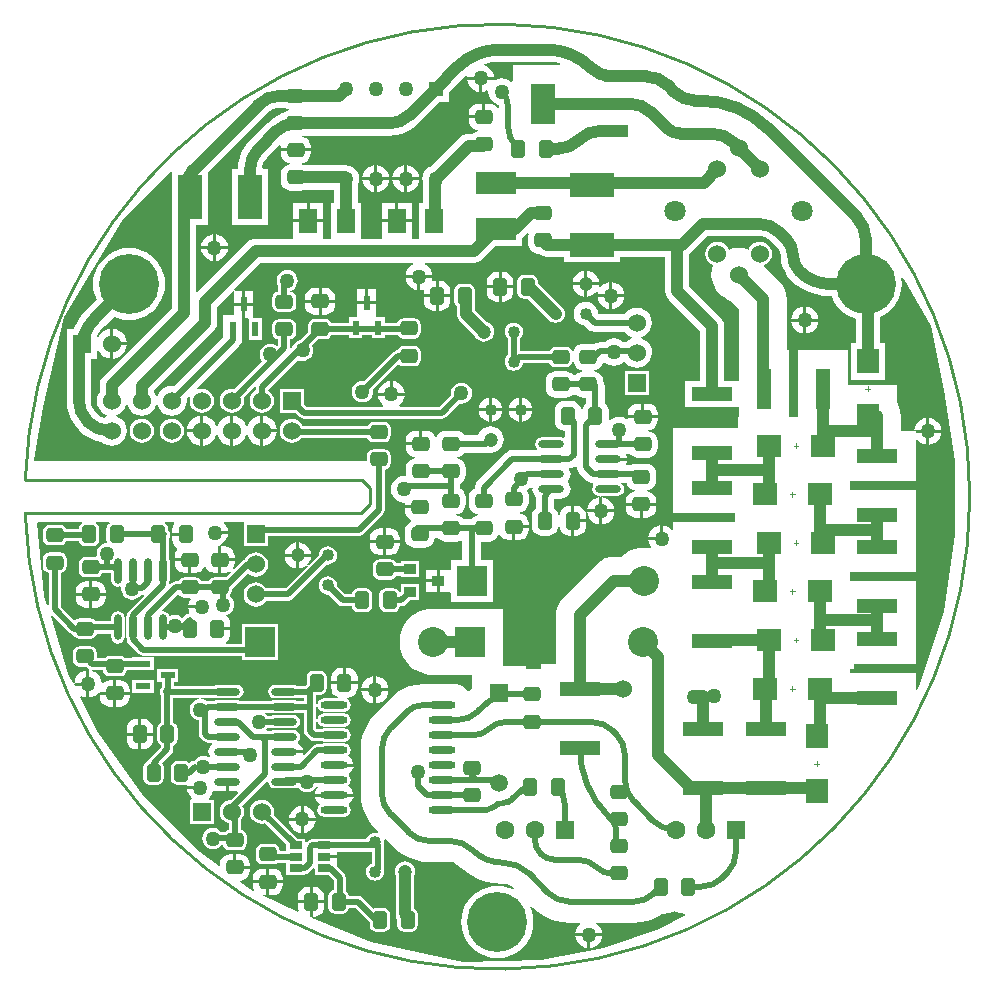
<source format=gtl>
%FSLAX25Y25*%
%MOIN*%
G70*
G01*
G75*
G04 Layer_Physical_Order=1*
G04 Layer_Color=255*
%ADD10C,0.04000*%
%ADD11C,0.02000*%
G04:AMPARAMS|DCode=12|XSize=47.24mil|YSize=59.06mil|CornerRadius=11.81mil|HoleSize=0mil|Usage=FLASHONLY|Rotation=90.000|XOffset=0mil|YOffset=0mil|HoleType=Round|Shape=RoundedRectangle|*
%AMROUNDEDRECTD12*
21,1,0.04724,0.03543,0,0,90.0*
21,1,0.02362,0.05906,0,0,90.0*
1,1,0.02362,0.01772,0.01181*
1,1,0.02362,0.01772,-0.01181*
1,1,0.02362,-0.01772,-0.01181*
1,1,0.02362,-0.01772,0.01181*
%
%ADD12ROUNDEDRECTD12*%
%ADD13R,0.13386X0.07480*%
G04:AMPARAMS|DCode=14|XSize=47.24mil|YSize=59.06mil|CornerRadius=11.81mil|HoleSize=0mil|Usage=FLASHONLY|Rotation=180.000|XOffset=0mil|YOffset=0mil|HoleType=Round|Shape=RoundedRectangle|*
%AMROUNDEDRECTD14*
21,1,0.04724,0.03543,0,0,180.0*
21,1,0.02362,0.05906,0,0,180.0*
1,1,0.02362,-0.01181,0.01772*
1,1,0.02362,0.01181,0.01772*
1,1,0.02362,0.01181,-0.01772*
1,1,0.02362,-0.01181,-0.01772*
%
%ADD14ROUNDEDRECTD14*%
%ADD15R,0.04331X0.02559*%
%ADD16R,0.13780X0.04724*%
%ADD17R,0.08268X0.07284*%
%ADD18R,0.04724X0.13780*%
%ADD19R,0.07284X0.08268*%
%ADD20R,0.14764X0.07874*%
%ADD21R,0.02362X0.05118*%
%ADD22R,0.08465X0.13780*%
%ADD23R,0.08465X0.04331*%
%ADD24R,0.08465X0.04331*%
%ADD25O,0.02362X0.08661*%
%ADD26R,0.05118X0.02362*%
%ADD27O,0.08661X0.02362*%
%ADD28R,0.03937X0.03347*%
%ADD29R,0.03937X0.03347*%
%ADD30O,0.09055X0.02362*%
%ADD31R,0.07874X0.14764*%
%ADD32R,0.05906X0.07874*%
%ADD33C,0.01000*%
%ADD34C,0.00394*%
%ADD35C,0.06000*%
%ADD36R,0.06000X0.06000*%
%ADD37R,0.10000X0.10000*%
%ADD38C,0.10000*%
%ADD39C,0.20000*%
%ADD40C,0.07087*%
%ADD41R,0.06000X0.06000*%
%ADD42R,0.06299X0.06299*%
%ADD43C,0.06299*%
%ADD44C,0.05000*%
%ADD45R,0.05000X0.05000*%
%ADD46C,0.04000*%
%ADD47C,0.04724*%
%ADD48R,0.05906X0.05906*%
%ADD49C,0.05906*%
G36*
X304063Y434209D02*
Y428978D01*
X303957Y427628D01*
X303965D01*
Y388726D01*
X281147Y365908D01*
X280506Y365072D01*
X280103Y364099D01*
X279965Y363055D01*
X279965Y363055D01*
Y360956D01*
X279632Y360522D01*
X279129Y359305D01*
X278957Y358000D01*
X279129Y356695D01*
X279632Y355478D01*
X280434Y354434D01*
X281478Y353632D01*
X282402Y353250D01*
Y352750D01*
X281478Y352367D01*
X281394Y352303D01*
X280822Y352476D01*
X279788Y353029D01*
X278927Y353735D01*
X278892Y353782D01*
X278782Y353892D01*
X278735Y353927D01*
X278029Y354788D01*
X277476Y355822D01*
X277136Y356944D01*
X277027Y358052D01*
X277034Y358110D01*
Y371961D01*
X279000D01*
Y374685D01*
X279490Y374782D01*
X279632Y374439D01*
X280434Y373395D01*
X281478Y372593D01*
X282695Y372089D01*
X283500Y371983D01*
Y376960D01*
Y381938D01*
X282695Y381832D01*
X281478Y381328D01*
X280434Y380527D01*
X279632Y379482D01*
X279490Y379139D01*
X279000Y379237D01*
Y379562D01*
X279977Y381156D01*
X281464Y382897D01*
X281587Y382992D01*
X284606Y386011D01*
X286037Y385418D01*
X287873Y384977D01*
X289756Y384829D01*
X291639Y384977D01*
X293476Y385418D01*
X295221Y386141D01*
X296831Y387128D01*
X298268Y388355D01*
X299495Y389791D01*
X300481Y391401D01*
X301204Y393146D01*
X301645Y394983D01*
X301793Y396866D01*
X301645Y398749D01*
X301204Y400586D01*
X300481Y402331D01*
X299495Y403941D01*
X298268Y405378D01*
X296831Y406604D01*
X295221Y407591D01*
X293476Y408314D01*
X291639Y408755D01*
X289756Y408903D01*
X287873Y408755D01*
X286037Y408314D01*
X284292Y407591D01*
X282681Y406604D01*
X281245Y405378D01*
X280018Y403941D01*
X279031Y402331D01*
X278308Y400586D01*
X277867Y398749D01*
X277719Y396866D01*
X277867Y394983D01*
X278308Y393146D01*
X278901Y391716D01*
X275882Y388697D01*
X275880Y388699D01*
X274115Y386724D01*
X272583Y384565D01*
X271302Y382247D01*
X271183Y381961D01*
X269000D01*
Y372661D01*
X268963Y372000D01*
X268966D01*
Y358110D01*
X268957D01*
X269130Y355913D01*
X269644Y353770D01*
X270487Y351734D01*
X271639Y349856D01*
X273070Y348180D01*
X273070Y348180D01*
X273070Y348180D01*
X273070Y348180D01*
X273180Y348070D01*
X273180Y348070D01*
X274856Y346639D01*
X276734Y345487D01*
X278770Y344644D01*
X280793Y344159D01*
X281478Y343633D01*
X282695Y343129D01*
X284000Y342957D01*
X285305Y343129D01*
X286522Y343633D01*
X287566Y344434D01*
X288368Y345478D01*
X288871Y346695D01*
X289043Y348000D01*
X288871Y349305D01*
X288368Y350522D01*
X287566Y351566D01*
X286522Y352367D01*
X285305Y352871D01*
Y353129D01*
X286522Y353632D01*
X287566Y354434D01*
X288368Y355478D01*
X288750Y356402D01*
X289250D01*
X289633Y355478D01*
X290434Y354434D01*
X291478Y353632D01*
X292695Y353129D01*
X294000Y352957D01*
X295305Y353129D01*
X296522Y353632D01*
X297566Y354434D01*
X298368Y355478D01*
X298750Y356402D01*
X299250D01*
X299633Y355478D01*
X300434Y354434D01*
X301478Y353632D01*
X302695Y353129D01*
X304000Y352957D01*
X305305Y353129D01*
X306522Y353632D01*
X307566Y354434D01*
X308367Y355478D01*
X308871Y356695D01*
X309043Y358000D01*
X308954Y358675D01*
X309748Y359469D01*
X310164Y359191D01*
X310103Y359044D01*
X309965Y358000D01*
X310103Y356956D01*
X310506Y355983D01*
X311147Y355147D01*
X311983Y354506D01*
X312956Y354103D01*
X314000Y353965D01*
X315044Y354103D01*
X316017Y354506D01*
X316853Y355147D01*
X317494Y355983D01*
X317897Y356956D01*
X318035Y358000D01*
X317897Y359044D01*
X317494Y360017D01*
X316853Y360853D01*
X316017Y361494D01*
X315044Y361897D01*
X314000Y362035D01*
X312956Y361897D01*
X312809Y361836D01*
X312531Y362252D01*
X326399Y376120D01*
X326880Y376747D01*
X326969Y376961D01*
X327112Y377307D01*
X327441D01*
Y385575D01*
X327500D01*
Y389634D01*
X324819D01*
Y386425D01*
X321079D01*
Y379358D01*
X304675Y362954D01*
X304000Y363043D01*
X302695Y362871D01*
X301478Y362368D01*
X300434Y361566D01*
X299633Y360522D01*
X299250Y359598D01*
X298750D01*
X298368Y360522D01*
X298035Y360956D01*
Y361329D01*
X317853Y381147D01*
X317853Y381147D01*
X318216Y381620D01*
X318494Y381983D01*
X318897Y382956D01*
X319035Y384000D01*
X319035Y384000D01*
X319035Y384000D01*
Y384000D01*
Y389329D01*
X324357Y394651D01*
X324819Y394460D01*
Y390634D01*
X327500D01*
Y394693D01*
X325052D01*
X324861Y395155D01*
X333671Y403966D01*
X384424D01*
X384521Y403475D01*
X384115Y403307D01*
X383175Y402585D01*
X382453Y401645D01*
X382000Y400551D01*
X381911Y399876D01*
X390857D01*
X390768Y400551D01*
X390315Y401645D01*
X389594Y402585D01*
X388654Y403307D01*
X388247Y403475D01*
X388345Y403966D01*
X404677D01*
X404677Y403966D01*
X405721Y404103D01*
X406694Y404506D01*
X407530Y405147D01*
X411966Y409583D01*
X420693D01*
Y412100D01*
X421176Y412470D01*
X422593Y413888D01*
X423009Y413610D01*
X422924Y413405D01*
X422815Y412575D01*
Y410213D01*
X422924Y409382D01*
X423245Y408608D01*
X423755Y407944D01*
X424419Y407434D01*
X425193Y407113D01*
X426024Y407004D01*
X426523D01*
X427172Y406506D01*
X428145Y406103D01*
X429189Y405966D01*
X429189Y405966D01*
X434618D01*
Y404063D01*
X453382D01*
Y405966D01*
X468478D01*
Y394488D01*
X468478Y394488D01*
X468615Y393444D01*
X469018Y392471D01*
X469659Y391635D01*
X479965Y381329D01*
Y364480D01*
X475110D01*
Y355756D01*
X492890D01*
D01*
X492890D01*
X493032Y355614D01*
Y352642D01*
X492866D01*
Y348874D01*
X471110D01*
Y332150D01*
X471189D01*
Y320500D01*
X491685D01*
Y317618D01*
X471189D01*
Y315142D01*
X470716Y314981D01*
X470540Y315209D01*
X469600Y315931D01*
X468505Y316384D01*
X467831Y316473D01*
Y311999D01*
X467332D01*
Y311500D01*
X462858D01*
X462947Y310825D01*
X463400Y309731D01*
X463790Y309222D01*
X463518Y308803D01*
X463120Y308898D01*
X461394Y309034D01*
X459668Y308898D01*
X457984Y308494D01*
X456384Y307831D01*
X454908Y306927D01*
X453868Y306039D01*
X451552D01*
X449983Y305884D01*
X448475Y305427D01*
X447086Y304684D01*
X445867Y303684D01*
X434316Y292132D01*
X433316Y290914D01*
X432573Y289525D01*
X432116Y288017D01*
X431961Y286448D01*
X431961Y286448D01*
Y270256D01*
X427110D01*
Y268744D01*
X426740Y268408D01*
X425772Y268503D01*
X422228D01*
X421953Y268753D01*
Y269480D01*
X414500D01*
Y288606D01*
X392500D01*
Y288606D01*
X392416Y288529D01*
X391000Y288640D01*
X389274Y288505D01*
X387590Y288100D01*
X385991Y287438D01*
X384514Y286533D01*
X383198Y285408D01*
X382073Y284092D01*
X381169Y282616D01*
X380506Y281016D01*
X380102Y279332D01*
X379966Y277606D01*
X380102Y275880D01*
X380506Y274197D01*
X381169Y272597D01*
X382073Y271121D01*
X383198Y269804D01*
X384514Y268680D01*
X385991Y267775D01*
X387590Y267112D01*
X389274Y266708D01*
X391000Y266572D01*
X392416Y266684D01*
X392500Y266606D01*
Y266606D01*
X404047D01*
Y262262D01*
X403922Y262153D01*
X403924Y262151D01*
X403082Y261309D01*
X402583Y261334D01*
X402362Y261602D01*
X401269Y262500D01*
X400021Y263167D01*
X398668Y263577D01*
X397260Y263716D01*
X390567D01*
X389159Y263577D01*
X389016Y263534D01*
X387699D01*
Y263545D01*
X385389Y263364D01*
X383135Y262823D01*
X380994Y261936D01*
X379018Y260725D01*
X377256Y259220D01*
X377264Y259211D01*
X371955Y253903D01*
X371953Y253905D01*
X370484Y252229D01*
X369246Y250376D01*
X368260Y248377D01*
X367544Y246267D01*
X367109Y244082D01*
X366964Y241858D01*
X366966D01*
Y227146D01*
X366964D01*
X367109Y224923D01*
X367544Y222737D01*
X368260Y220627D01*
X369246Y218628D01*
X370484Y216775D01*
X371953Y215100D01*
X371955Y215102D01*
X372677Y214380D01*
X372456Y213932D01*
X371740Y214026D01*
X370957Y213923D01*
X370227Y213620D01*
X369601Y213140D01*
X369120Y212513D01*
X368817Y211783D01*
X368817Y211779D01*
X357890D01*
Y212020D01*
X351559D01*
Y211779D01*
X350740D01*
X349960Y211624D01*
X349298Y211182D01*
X348903Y210787D01*
X348441Y210978D01*
Y212020D01*
X345880D01*
X337902Y219997D01*
X338035Y221000D01*
X337897Y222044D01*
X337494Y223017D01*
X336853Y223853D01*
X336017Y224494D01*
X335044Y224897D01*
X334000Y225034D01*
X332956Y224897D01*
X331983Y224494D01*
X331147Y223853D01*
X330506Y223017D01*
X330103Y222044D01*
X329965Y221000D01*
X330103Y219956D01*
X330506Y218983D01*
X331147Y218147D01*
X331983Y217506D01*
X332956Y217103D01*
X334000Y216966D01*
X335031Y217101D01*
X342110Y210022D01*
Y208039D01*
X339996D01*
Y208047D01*
X339826Y208898D01*
X339344Y209620D01*
X338623Y210102D01*
X337772Y210271D01*
X334228D01*
X333377Y210102D01*
X332656Y209620D01*
X332174Y208898D01*
X332004Y208047D01*
Y205685D01*
X332174Y204834D01*
X332656Y204113D01*
X333377Y203630D01*
X334228Y203461D01*
X337772D01*
X338623Y203630D01*
X339117Y203961D01*
X342110D01*
Y203720D01*
Y199980D01*
X348441D01*
Y200257D01*
X349040Y200376D01*
X349702Y200818D01*
X351097Y202213D01*
X351559Y202022D01*
Y199980D01*
X356136D01*
X357961Y198155D01*
Y194903D01*
X357574Y194826D01*
X356853Y194344D01*
X356371Y193623D01*
X356201Y192772D01*
Y189228D01*
X356371Y188377D01*
X356853Y187656D01*
X357574Y187174D01*
X358425Y187004D01*
X360787D01*
X361638Y187174D01*
X362360Y187656D01*
X362842Y188377D01*
X362958Y188961D01*
X365155D01*
X369989Y184127D01*
Y183228D01*
X370158Y182377D01*
X370640Y181656D01*
X371362Y181174D01*
X372213Y181005D01*
X374575D01*
X375426Y181174D01*
X376147Y181656D01*
X376629Y182377D01*
X376799Y183228D01*
Y186772D01*
X376629Y187623D01*
X376147Y188344D01*
X375426Y188826D01*
X374575Y188996D01*
X372213D01*
X371362Y188826D01*
X371179Y188705D01*
X367442Y192442D01*
X366780Y192884D01*
X366000Y193039D01*
X362958D01*
X362842Y193623D01*
X362360Y194344D01*
X362039Y194558D01*
Y199000D01*
X361884Y199780D01*
X361442Y200442D01*
X358890Y202994D01*
Y205500D01*
X354723D01*
Y206500D01*
X358890D01*
Y207701D01*
X370701D01*
Y203817D01*
X370227Y203621D01*
X369601Y203140D01*
X369120Y202513D01*
X368817Y201783D01*
X368714Y201000D01*
X368817Y200217D01*
X369120Y199487D01*
X369601Y198860D01*
X370227Y198380D01*
X370957Y198077D01*
X371740Y197974D01*
X372523Y198077D01*
X373253Y198380D01*
X373880Y198860D01*
X374361Y199487D01*
X374663Y200217D01*
X374766Y201000D01*
X374692Y201561D01*
X374779Y202000D01*
Y209707D01*
X374669Y210262D01*
X374766Y211000D01*
X374672Y211715D01*
X375120Y211936D01*
X377920Y209137D01*
X377918Y209136D01*
X379593Y207666D01*
X381446Y206428D01*
X383445Y205442D01*
X385555Y204726D01*
X387741Y204291D01*
X389964Y204146D01*
Y204148D01*
X397039D01*
X397079Y204152D01*
X397809Y204056D01*
X398527Y203759D01*
X399110Y203311D01*
X399136Y203279D01*
X399128Y203271D01*
X401249Y201411D01*
X403594Y199843D01*
X406124Y198595D01*
X408796Y197689D01*
X411563Y197138D01*
X414190Y196966D01*
D01*
X414190D01*
X414190D01*
Y196966D01*
X414190Y196966D01*
X414378Y196954D01*
Y196966D01*
D01*
Y196966D01*
X414497Y196978D01*
X415699Y196820D01*
X416929Y196310D01*
X417891Y195572D01*
X417920Y195536D01*
X417624Y195136D01*
X417622Y195135D01*
X416220Y195716D01*
X414383Y196157D01*
X412500Y196305D01*
X410617Y196157D01*
X408780Y195716D01*
X407035Y194993D01*
X405425Y194006D01*
X403989Y192779D01*
X402762Y191343D01*
X401775Y189732D01*
X401052Y187987D01*
X400611Y186151D01*
X400463Y184268D01*
X400611Y182385D01*
X401052Y180548D01*
X401775Y178803D01*
X402762Y177192D01*
X403989Y175756D01*
X405425Y174530D01*
X407035Y173543D01*
X408780Y172820D01*
X410617Y172379D01*
X412500Y172231D01*
X414383Y172379D01*
X416220Y172820D01*
X417965Y173543D01*
X419575Y174530D01*
X421011Y175756D01*
X422238Y177192D01*
X423225Y178803D01*
X423948Y180548D01*
X424389Y182385D01*
X424537Y184268D01*
X424389Y186151D01*
X423948Y187987D01*
X423370Y189383D01*
X423786Y189661D01*
X424489Y188957D01*
Y188953D01*
Y188953D01*
X426165Y187484D01*
X428018Y186246D01*
X430016Y185260D01*
X432127Y184544D01*
X434312Y184109D01*
X436536Y183964D01*
Y183966D01*
X439999D01*
X440160Y183493D01*
X439791Y183209D01*
X439069Y182269D01*
X438616Y181175D01*
X438527Y180500D01*
X447473D01*
X447384Y181175D01*
X446931Y182269D01*
X446209Y183209D01*
X445269Y183931D01*
X445276Y183966D01*
X458000D01*
Y183965D01*
X460161Y184106D01*
X462285Y184529D01*
X464336Y185225D01*
X466279Y186183D01*
X467521Y187013D01*
X468125D01*
X469533Y187151D01*
X470887Y187562D01*
X471551Y187917D01*
X472214Y187562D01*
X473568Y187151D01*
X474976Y187013D01*
X475169D01*
X475287Y186527D01*
X466500Y182000D01*
X448000Y175500D01*
X427000Y171500D01*
X401000Y171000D01*
X370500Y177500D01*
X350740Y185500D01*
X350672Y185531D01*
X350778Y186020D01*
X349894D01*
Y190500D01*
X346004D01*
Y189228D01*
X346113Y188398D01*
X346255Y188056D01*
X345895Y187709D01*
X334169Y193055D01*
X334228Y193264D01*
X335500D01*
Y197153D01*
X331020D01*
Y196472D01*
X331129Y195642D01*
X331450Y194868D01*
X331497Y194807D01*
X331186Y194415D01*
X331000Y194500D01*
X326675Y197713D01*
X326772Y198004D01*
X327602Y198113D01*
X328376Y198434D01*
X329040Y198944D01*
X329550Y199608D01*
X329871Y200382D01*
X329980Y201213D01*
Y201894D01*
X324999D01*
Y202393D01*
X324500D01*
Y206783D01*
X323228D01*
X322398Y206674D01*
X321624Y206353D01*
X320960Y205844D01*
X320450Y205179D01*
X320129Y204405D01*
X320020Y203575D01*
Y203213D01*
X319573Y202989D01*
X313500Y207500D01*
X294000Y227000D01*
X279000Y248000D01*
X273332Y259337D01*
X273717Y259655D01*
X273769Y259615D01*
X274864Y259161D01*
X275539Y259072D01*
Y263046D01*
X271566D01*
X271500Y263545D01*
X271554Y263960D01*
X271061Y263877D01*
X269500Y267000D01*
X263578Y286245D01*
X264007Y286503D01*
X269952Y280558D01*
X270613Y280116D01*
X271166Y280006D01*
X271174Y279968D01*
X271656Y279246D01*
X272377Y278764D01*
X273228Y278595D01*
X276772D01*
X277623Y278764D01*
X278344Y279246D01*
X278826Y279968D01*
X278903Y280354D01*
X283776D01*
Y279244D01*
X283945Y278393D01*
X284427Y277672D01*
X285149Y277189D01*
X286000Y277020D01*
X286851Y277189D01*
X287573Y277672D01*
X288055Y278393D01*
X288224Y279244D01*
Y285543D01*
X288055Y286394D01*
X287573Y287116D01*
X286851Y287598D01*
X286000Y287767D01*
X285149Y287598D01*
X284427Y287116D01*
X283945Y286394D01*
X283776Y285543D01*
Y284433D01*
X278558D01*
X278344Y284754D01*
X277623Y285236D01*
X276772Y285405D01*
X273228D01*
X272377Y285236D01*
X271656Y284754D01*
X271536Y284742D01*
X267039Y289238D01*
Y300648D01*
X267623Y300764D01*
X268344Y301246D01*
X268826Y301968D01*
X268995Y302819D01*
Y305181D01*
X268826Y306032D01*
X268344Y306754D01*
X267623Y307236D01*
X266772Y307405D01*
X263228D01*
X262377Y307236D01*
X261656Y306754D01*
X261174Y306032D01*
X261004Y305181D01*
Y302819D01*
X261174Y301968D01*
X261656Y301246D01*
X262377Y300764D01*
X262961Y300648D01*
Y289934D01*
X262466Y289859D01*
X261500Y293000D01*
X259038Y317129D01*
X259373Y317500D01*
X273920D01*
X274065Y317021D01*
X273640Y316738D01*
X273158Y316016D01*
X273006Y315252D01*
X268822D01*
X268344Y315966D01*
X267623Y316448D01*
X266772Y316617D01*
X263228D01*
X262377Y316448D01*
X261656Y315966D01*
X261174Y315245D01*
X261004Y314394D01*
Y312032D01*
X261174Y311180D01*
X261656Y310459D01*
X262377Y309977D01*
X263228Y309808D01*
X266772D01*
X267623Y309977D01*
X268344Y310459D01*
X268822Y311173D01*
X273078D01*
X273158Y310771D01*
X273640Y310050D01*
X274362Y309567D01*
X275213Y309398D01*
X277575D01*
X278426Y309567D01*
X279147Y310050D01*
X279629Y310771D01*
X279799Y311622D01*
Y315165D01*
X279629Y316016D01*
X279147Y316738D01*
X278723Y317021D01*
X278868Y317500D01*
X283132D01*
X283277Y317021D01*
X282853Y316738D01*
X282371Y316016D01*
X282201Y315165D01*
Y311622D01*
X282349Y310878D01*
X282182Y310645D01*
X281890Y310450D01*
X281586Y310410D01*
X280735Y310057D01*
X280004Y309496D01*
X279443Y308765D01*
X279090Y307914D01*
X278970Y307000D01*
X279050Y306387D01*
X278721Y306011D01*
X275228D01*
X274377Y305842D01*
X273656Y305360D01*
X273174Y304638D01*
X273005Y303787D01*
Y301425D01*
X273174Y300574D01*
X273656Y299853D01*
X274377Y299371D01*
X275228Y299201D01*
X278772D01*
X279623Y299371D01*
X280344Y299853D01*
X280821Y300567D01*
X283776D01*
Y298142D01*
X283945Y297291D01*
X284427Y296569D01*
X285149Y296087D01*
X286000Y295918D01*
X286851Y296087D01*
X287213Y295546D01*
X287167Y295197D01*
X287287Y294283D01*
X287640Y293432D01*
X288201Y292701D01*
X288932Y292140D01*
X289783Y291787D01*
X290697Y291667D01*
X291611Y291787D01*
X292462Y292140D01*
X293193Y292701D01*
X293695Y293355D01*
X294000D01*
X294500Y293454D01*
X294735Y293013D01*
X289558Y287836D01*
X289116Y287174D01*
X288967Y286427D01*
X288945Y286394D01*
X288776Y285543D01*
Y279244D01*
X288945Y278393D01*
X288967Y278360D01*
X289047Y277960D01*
X289116Y277613D01*
X289558Y276952D01*
X292952Y273558D01*
X293613Y273116D01*
X294394Y272961D01*
X294394Y272961D01*
X327500D01*
Y271606D01*
X339500D01*
Y283606D01*
X327500D01*
Y277039D01*
X322134D01*
X321974Y277513D01*
X322556Y277960D01*
X323066Y278624D01*
X323387Y279398D01*
X323496Y280228D01*
Y281500D01*
X319105D01*
Y282500D01*
X323496D01*
Y283772D01*
X323387Y284602D01*
X323066Y285376D01*
X322556Y286040D01*
X321892Y286550D01*
X321894Y286565D01*
X322088Y286590D01*
X322939Y286943D01*
X323670Y287504D01*
X324231Y288235D01*
X324584Y289086D01*
X324704Y290000D01*
X324584Y290914D01*
X324231Y291765D01*
X323670Y292496D01*
X323213Y292847D01*
Y292946D01*
X323344Y293034D01*
X323826Y293755D01*
X323995Y294606D01*
Y295151D01*
X329282Y300437D01*
X329983Y299900D01*
X330956Y299497D01*
X332000Y299359D01*
X333044Y299497D01*
X334017Y299900D01*
X334853Y300541D01*
X335494Y301376D01*
X335897Y302349D01*
X336034Y303394D01*
X335897Y304438D01*
X335494Y305411D01*
X334853Y306246D01*
X334017Y306888D01*
X333044Y307291D01*
X332000Y307428D01*
X330956Y307291D01*
X329983Y306888D01*
X329147Y306246D01*
X328506Y305411D01*
X328404Y305164D01*
X327912Y304836D01*
X324809Y301732D01*
X324433Y302062D01*
X324550Y302215D01*
X324871Y302989D01*
X324980Y303819D01*
Y304500D01*
X320500D01*
Y300610D01*
X321772D01*
X322602Y300720D01*
X323376Y301040D01*
X323529Y301157D01*
X323858Y300781D01*
X322187Y299110D01*
X321772Y299192D01*
X318228D01*
X317377Y299023D01*
X316656Y298541D01*
X316178Y297827D01*
X313822D01*
X313344Y298541D01*
X312623Y299023D01*
X311772Y299192D01*
X308228D01*
X307377Y299023D01*
X306656Y298541D01*
X306178Y297827D01*
X305394D01*
X304613Y297671D01*
X303952Y297229D01*
X303501Y296779D01*
X303039Y296970D01*
Y297268D01*
X303055Y297291D01*
X303224Y298142D01*
Y304441D01*
X303055Y305292D01*
X303039Y305315D01*
Y312339D01*
X303046Y312348D01*
X303222Y312613D01*
X303378Y313394D01*
X303222Y314174D01*
X302799Y314809D01*
Y315165D01*
X302629Y316016D01*
X302147Y316738D01*
X301723Y317021D01*
X301868Y317500D01*
X304642D01*
X304863Y317052D01*
X304646Y316770D01*
X304326Y315996D01*
X304217Y315165D01*
Y313894D01*
X308607D01*
Y312894D01*
X304217D01*
Y311622D01*
X304326Y310792D01*
X304646Y310018D01*
X305156Y309353D01*
X305818Y308846D01*
X305883Y308350D01*
X305450Y307785D01*
X305129Y307012D01*
X305020Y306181D01*
Y305500D01*
X310001D01*
Y305001D01*
X310500D01*
Y300610D01*
X311772D01*
X312602Y300720D01*
X313376Y301040D01*
X314040Y301550D01*
X314550Y302215D01*
X314750Y302697D01*
X315250D01*
X315450Y302215D01*
X315960Y301550D01*
X316624Y301040D01*
X317398Y300720D01*
X318228Y300610D01*
X319500D01*
Y304999D01*
Y309390D01*
X320139D01*
X320041Y309880D01*
X320498Y310069D01*
X321438Y310791D01*
X322159Y311731D01*
X322613Y312825D01*
X322701Y313500D01*
X318227D01*
Y314500D01*
X322701D01*
X322613Y315175D01*
X322159Y316269D01*
X321438Y317209D01*
X321536Y317500D01*
X328000D01*
Y317394D01*
X328000D01*
Y309394D01*
X336000D01*
Y312961D01*
X366500D01*
X367280Y313116D01*
X367942Y313558D01*
X374442Y320058D01*
X374884Y320720D01*
X375039Y321500D01*
Y335042D01*
X375623Y335158D01*
X376344Y335640D01*
X376826Y336362D01*
X376995Y337213D01*
Y339575D01*
X376826Y340426D01*
X376344Y341147D01*
X375623Y341629D01*
X374772Y341799D01*
X371228D01*
X370377Y341629D01*
X369656Y341147D01*
X369174Y340426D01*
X369005Y339575D01*
Y337998D01*
X258387Y337894D01*
X258063Y338275D01*
X261000Y356000D01*
X268000Y386000D01*
X287500Y418000D01*
X303600Y434398D01*
X304063Y434209D01*
D02*
G37*
G36*
X306421Y293385D02*
X306656Y293034D01*
X307377Y292552D01*
X308228Y292383D01*
X310175D01*
X310396Y291934D01*
X310069Y291508D01*
X309616Y290413D01*
X309527Y289738D01*
X314001D01*
Y288738D01*
X309527D01*
X309616Y288064D01*
X309878Y287430D01*
X309643Y286989D01*
X309113Y286884D01*
X308452Y286442D01*
X307785Y285775D01*
X307436Y285542D01*
X306765Y286057D01*
X305914Y286410D01*
X305000Y286530D01*
X304086Y286410D01*
X303235Y286057D01*
X303055Y286394D01*
Y286394D01*
X303054Y286394D01*
X302572Y287116D01*
X301851Y287598D01*
X301000Y287767D01*
X300918Y287751D01*
X300682Y288192D01*
X305924Y293434D01*
X306421Y293385D01*
D02*
G37*
G36*
X500634Y412864D02*
X501756Y412524D01*
X502789Y411971D01*
X503651Y411265D01*
X503686Y411218D01*
X505952Y408952D01*
X505952Y408952D01*
X505955Y408950D01*
X505955Y408950D01*
X505997Y408917D01*
X506514Y408243D01*
X506861Y407405D01*
X506973Y406560D01*
X506965Y406506D01*
X506964D01*
X507107Y404693D01*
X507532Y402924D01*
X508228Y401243D01*
X509178Y399692D01*
X510360Y398309D01*
X510357Y398306D01*
X512196Y396692D01*
X514231Y395333D01*
X516426Y394250D01*
X518744Y393464D01*
X521144Y392986D01*
X523586Y392826D01*
Y392832D01*
X523926D01*
X524519Y391401D01*
X525505Y389791D01*
X526732Y388355D01*
X528168Y387128D01*
X529779Y386141D01*
X531524Y385418D01*
X531965Y385312D01*
Y377189D01*
X530358D01*
Y364921D01*
X541642D01*
Y377189D01*
X540034D01*
Y385862D01*
X540708Y386141D01*
X542319Y387128D01*
X543755Y388355D01*
X544982Y389791D01*
X545969Y391401D01*
X546692Y393146D01*
X547133Y394983D01*
X547281Y396866D01*
X547133Y398749D01*
X547095Y398905D01*
X547549Y399115D01*
X548000Y398500D01*
X557000Y383000D01*
X561500Y361500D01*
X565000Y338000D01*
Y313500D01*
X561500Y287500D01*
X553500Y263500D01*
X552371Y261649D01*
X551890Y261784D01*
Y267362D01*
X530063D01*
Y268558D01*
X531244D01*
Y270244D01*
X551890D01*
Y281138D01*
Y297862D01*
X530063D01*
Y300744D01*
X551890D01*
Y311638D01*
Y328362D01*
X530063D01*
Y331244D01*
X551890D01*
Y344970D01*
X552363Y345131D01*
X552791Y344574D01*
X553731Y343853D01*
X554825Y343399D01*
X555500Y343310D01*
Y347283D01*
X551890D01*
Y347969D01*
X551486D01*
X551485Y347969D01*
X547039D01*
Y348000D01*
Y352945D01*
X546884Y354513D01*
X546427Y356021D01*
X545684Y357411D01*
X545642Y357462D01*
Y363079D01*
X529362D01*
Y374890D01*
X512638D01*
Y352642D01*
X509756D01*
Y374890D01*
X509039D01*
Y391858D01*
X509039Y391858D01*
X508884Y393426D01*
X508427Y394934D01*
X507684Y396324D01*
X506684Y397542D01*
X506684Y397542D01*
X501479Y402747D01*
X501335Y403223D01*
X502017Y403506D01*
X502853Y404147D01*
X503494Y404983D01*
X503897Y405956D01*
X504035Y407000D01*
X503897Y408044D01*
X503494Y409017D01*
X502853Y409853D01*
X502017Y410494D01*
X501044Y410897D01*
X500000Y411034D01*
X498956Y410897D01*
X497983Y410494D01*
X497147Y409853D01*
X496506Y409017D01*
X496223Y408335D01*
X494693Y408799D01*
X492929Y408973D01*
X491165Y408799D01*
X489635Y408335D01*
X489352Y409017D01*
X488711Y409853D01*
X487875Y410494D01*
X486902Y410897D01*
X485858Y411034D01*
X484814Y410897D01*
X483841Y410494D01*
X483005Y409853D01*
X482364Y409017D01*
X481961Y408044D01*
X481823Y407000D01*
X481961Y405956D01*
X482364Y404983D01*
X483005Y404147D01*
X483841Y403506D01*
X484523Y403223D01*
X484059Y401693D01*
X483885Y399929D01*
X484059Y398165D01*
X484574Y396468D01*
X485409Y394905D01*
X486534Y393534D01*
X487905Y392409D01*
X489468Y391574D01*
X490110Y391379D01*
X492961Y388528D01*
Y364480D01*
X492890D01*
Y364480D01*
X488034D01*
Y383000D01*
X487897Y384044D01*
X487730Y384447D01*
X487494Y385017D01*
X486853Y385853D01*
X486853Y385853D01*
X476547Y396159D01*
Y406912D01*
X476853Y407147D01*
X482671Y412965D01*
X499468D01*
X499526Y412973D01*
X500634Y412864D01*
D02*
G37*
G36*
X413220Y470965D02*
X429130D01*
X429231Y470979D01*
X431287Y470844D01*
X433407Y470422D01*
X433522Y470383D01*
X433441Y469890D01*
X417563D01*
Y464503D01*
X417114Y464282D01*
X416269Y464931D01*
X415175Y465384D01*
X414000Y465539D01*
X412825Y465384D01*
X411923Y465010D01*
X411526Y465315D01*
X411473Y464910D01*
X407500D01*
Y460937D01*
X408175Y461026D01*
X409077Y461400D01*
X409474Y461095D01*
X409461Y461000D01*
X409616Y459825D01*
X410069Y458731D01*
X410791Y457791D01*
X411731Y457069D01*
X412825Y456616D01*
X412926Y456603D01*
X412978Y456204D01*
X412974Y456172D01*
Y455617D01*
X412501Y455456D01*
X412040Y456056D01*
X411376Y456566D01*
X410602Y456887D01*
X409772Y456996D01*
X408500D01*
Y452605D01*
X408001D01*
Y452106D01*
X403020D01*
Y451425D01*
X403129Y450595D01*
X403450Y449821D01*
X403960Y449156D01*
X404624Y448646D01*
X405398Y448326D01*
X405975Y448250D01*
Y447750D01*
X405398Y447674D01*
X404624Y447354D01*
X404208Y447035D01*
X403000D01*
X403000Y447035D01*
X401956Y446897D01*
X400983Y446494D01*
X400147Y445853D01*
X390575Y436280D01*
X389731Y435931D01*
X388791Y435209D01*
X388069Y434269D01*
X387616Y433175D01*
X387461Y432000D01*
X387572Y431160D01*
Y423827D01*
X386547D01*
Y412035D01*
X383953D01*
Y417390D01*
X374047D01*
Y412035D01*
X366953D01*
Y412035D01*
Y412063D01*
X366953Y412388D01*
X366953Y412388D01*
X366953D01*
Y423937D01*
X366035D01*
Y429981D01*
X366384Y430825D01*
X366539Y432000D01*
X366384Y433175D01*
X365931Y434269D01*
X365209Y435209D01*
X364269Y435931D01*
X363175Y436384D01*
X362000Y436539D01*
X361160Y436428D01*
X348471D01*
X347878Y436674D01*
X347301Y436750D01*
Y437250D01*
X347878Y437326D01*
X348652Y437646D01*
X349316Y438156D01*
X349826Y438821D01*
X350147Y439595D01*
X350256Y440425D01*
Y441106D01*
X340295D01*
Y440425D01*
X340405Y439595D01*
X340725Y438821D01*
X341235Y438156D01*
X341900Y437646D01*
X342673Y437326D01*
X343251Y437250D01*
Y436750D01*
X342673Y436674D01*
X341900Y436353D01*
X341235Y435844D01*
X340725Y435179D01*
X340405Y434405D01*
X340295Y433575D01*
Y431213D01*
X340405Y430382D01*
X340725Y429608D01*
X341235Y428944D01*
X341900Y428434D01*
X342673Y428113D01*
X343504Y428004D01*
X347047D01*
X347878Y428113D01*
X348471Y428359D01*
X357965D01*
Y423937D01*
X357047D01*
Y412388D01*
X357047Y412388D01*
X357047D01*
X357047Y412063D01*
X357019Y412035D01*
X354453D01*
Y412035D01*
Y412063D01*
X354453Y412388D01*
X354453Y412388D01*
X354453D01*
Y417500D01*
X344547D01*
Y412388D01*
X344547Y412388D01*
X344547D01*
X344547Y412063D01*
X344519Y412035D01*
X332000D01*
X330956Y411897D01*
X329983Y411494D01*
X329147Y410853D01*
X312496Y394202D01*
X312035Y394393D01*
Y416618D01*
X315937D01*
Y434001D01*
X335761Y453825D01*
X335796Y453871D01*
X336657Y454577D01*
X337691Y455130D01*
X338812Y455470D01*
X339921Y455579D01*
X339979Y455572D01*
X341805D01*
X342398Y455326D01*
X342975Y455250D01*
Y454750D01*
X342398Y454674D01*
X341624Y454354D01*
X340960Y453844D01*
X340872Y453730D01*
X339219Y453045D01*
X337516Y452001D01*
X335996Y450704D01*
X335996Y450704D01*
X336000Y450700D01*
X330076Y444776D01*
X330070Y444783D01*
X328639Y443107D01*
X327487Y441228D01*
X326644Y439192D01*
X326130Y437049D01*
X325998Y435382D01*
X324063D01*
Y416618D01*
X335937D01*
Y435382D01*
X334446D01*
X334110Y435752D01*
X334136Y436019D01*
X334476Y437141D01*
X335029Y438174D01*
X335736Y439035D01*
X335782Y439071D01*
X339866Y443155D01*
X340315Y442934D01*
X340295Y442787D01*
Y442106D01*
X350256D01*
Y442787D01*
X350147Y443618D01*
X349826Y444392D01*
X349316Y445056D01*
X348652Y445566D01*
X347878Y445887D01*
X347234Y445971D01*
Y445971D01*
X347234Y445971D01*
X347047Y445996D01*
Y446040D01*
X347602Y446113D01*
X348196Y446359D01*
X376252D01*
Y446350D01*
X378448Y446523D01*
X380591Y447038D01*
X382627Y447881D01*
X384506Y449032D01*
X386182Y450464D01*
X386175Y450470D01*
X393206Y457500D01*
X396500D01*
Y460794D01*
X401891Y466185D01*
X402390Y466165D01*
X402538Y465993D01*
X402527Y465910D01*
X411473D01*
X411384Y466585D01*
X410931Y467679D01*
X410209Y468619D01*
X409269Y469341D01*
X408175Y469794D01*
X408129Y470143D01*
X408324Y470223D01*
X410742Y470804D01*
X413062Y470986D01*
X413220Y470965D01*
D02*
G37*
%LPC*%
G36*
X379980Y310500D02*
X375500D01*
Y306610D01*
X376772D01*
X377602Y306720D01*
X378376Y307040D01*
X379040Y307550D01*
X379550Y308215D01*
X379871Y308988D01*
X379980Y309819D01*
Y310500D01*
D02*
G37*
G36*
X374500D02*
X370020D01*
Y309819D01*
X370129Y308988D01*
X370450Y308215D01*
X370960Y307550D01*
X371624Y307040D01*
X372398Y306720D01*
X373228Y306610D01*
X374500D01*
Y310500D01*
D02*
G37*
G36*
X321772Y309390D02*
X320500D01*
Y305500D01*
X324980D01*
Y306181D01*
X324871Y307012D01*
X324550Y307785D01*
X324040Y308450D01*
X323376Y308960D01*
X322602Y309280D01*
X321772Y309390D01*
D02*
G37*
G36*
X374500Y315390D02*
X373228D01*
X372398Y315280D01*
X371624Y314960D01*
X370960Y314450D01*
X370450Y313785D01*
X370129Y313012D01*
X370020Y312181D01*
Y311500D01*
X374500D01*
Y315390D01*
D02*
G37*
G36*
X376772D02*
X375500D01*
Y311500D01*
X379980D01*
Y312181D01*
X379871Y313012D01*
X379550Y313785D01*
X379040Y314450D01*
X378376Y314960D01*
X377602Y315280D01*
X376772Y315390D01*
D02*
G37*
G36*
X345500Y310728D02*
X344861Y310644D01*
X343800Y310204D01*
X342889Y309505D01*
X342190Y308594D01*
X341750Y307533D01*
X341666Y306894D01*
X345500D01*
Y310728D01*
D02*
G37*
G36*
X346500D02*
Y306894D01*
X350334D01*
X350250Y307533D01*
X349810Y308594D01*
X349111Y309505D01*
X348200Y310204D01*
X347139Y310644D01*
X346500Y310728D01*
D02*
G37*
G36*
X392224Y297500D02*
X388756D01*
Y294327D01*
X392224D01*
Y297500D01*
D02*
G37*
G36*
Y301673D02*
X388756D01*
Y298500D01*
X392224D01*
Y301673D01*
D02*
G37*
G36*
X278772Y297783D02*
X277500D01*
Y293894D01*
X281980D01*
Y294575D01*
X281871Y295405D01*
X281550Y296179D01*
X281040Y296844D01*
X280376Y297354D01*
X279602Y297674D01*
X278772Y297783D01*
D02*
G37*
G36*
X386244Y296933D02*
X380307D01*
Y294524D01*
X379937Y294188D01*
X379788Y294203D01*
X379360Y294844D01*
X378638Y295326D01*
X377787Y295496D01*
X375425D01*
X374574Y295326D01*
X373853Y294844D01*
X373371Y294123D01*
X373201Y293272D01*
Y289728D01*
X373371Y288877D01*
X373853Y288156D01*
X374574Y287674D01*
X375425Y287505D01*
X377787D01*
X378638Y287674D01*
X379360Y288156D01*
X379842Y288877D01*
X379958Y289461D01*
X380516D01*
X381296Y289616D01*
X381958Y290058D01*
X383486Y291587D01*
X386244D01*
Y296933D01*
D02*
G37*
G36*
X345500Y305894D02*
X341666D01*
X341750Y305255D01*
X342190Y304194D01*
X342889Y303282D01*
X343800Y302583D01*
X344861Y302144D01*
X345500Y302060D01*
Y305894D01*
D02*
G37*
G36*
X356000Y309420D02*
X355217Y309316D01*
X354487Y309014D01*
X353860Y308533D01*
X353380Y307907D01*
X353077Y307177D01*
X352985Y306475D01*
X349567Y303058D01*
X349488Y303127D01*
X349191Y303387D01*
X349810Y304194D01*
X350250Y305255D01*
X350334Y305894D01*
X346500D01*
Y302060D01*
X347139Y302144D01*
X348200Y302583D01*
X349007Y303202D01*
X349007Y303202D01*
D01*
X349336Y302826D01*
X341943Y295433D01*
X335477D01*
X334853Y296247D01*
X334017Y296888D01*
X333044Y297291D01*
X332000Y297428D01*
X330956Y297291D01*
X329983Y296888D01*
X329147Y296247D01*
X328506Y295411D01*
X328103Y294438D01*
X327965Y293394D01*
X328103Y292350D01*
X328506Y291376D01*
X329147Y290541D01*
X329983Y289900D01*
X330956Y289497D01*
X332000Y289359D01*
X333044Y289497D01*
X334017Y289900D01*
X334853Y290541D01*
X335477Y291354D01*
X342787D01*
X343568Y291510D01*
X344229Y291952D01*
X355687Y303409D01*
X356000Y303368D01*
X356783Y303471D01*
X357513Y303773D01*
X358140Y304254D01*
X358621Y304881D01*
X358923Y305610D01*
X359026Y306394D01*
X358923Y307177D01*
X358621Y307907D01*
X358140Y308533D01*
X357513Y309014D01*
X356783Y309316D01*
X356000Y309420D01*
D02*
G37*
G36*
X376772Y305192D02*
X373228D01*
X372377Y305023D01*
X371656Y304541D01*
X371174Y303819D01*
X371005Y302969D01*
Y300606D01*
X371174Y299755D01*
X371656Y299034D01*
X372377Y298552D01*
X373228Y298382D01*
X376772D01*
X377623Y298552D01*
X378344Y299034D01*
X378790Y299701D01*
X380307D01*
Y299067D01*
X386244D01*
Y304413D01*
X380307D01*
Y303779D01*
X378834D01*
X378826Y303819D01*
X378344Y304541D01*
X377623Y305023D01*
X376772Y305192D01*
D02*
G37*
G36*
X309500Y304500D02*
X305020D01*
Y303819D01*
X305129Y302989D01*
X305450Y302215D01*
X305960Y301550D01*
X306624Y301040D01*
X307398Y300720D01*
X308228Y300610D01*
X309500D01*
Y304500D01*
D02*
G37*
G36*
X422980Y315500D02*
X418500D01*
Y311610D01*
X419772D01*
X420602Y311720D01*
X421376Y312040D01*
X422040Y312550D01*
X422550Y313215D01*
X422871Y313988D01*
X422980Y314819D01*
Y315500D01*
D02*
G37*
G36*
X560473Y347283D02*
X556500D01*
Y343310D01*
X557175Y343399D01*
X558269Y343853D01*
X559209Y344574D01*
X559931Y345514D01*
X560384Y346609D01*
X560473Y347283D01*
D02*
G37*
G36*
X294000Y352034D02*
X292956Y351897D01*
X291983Y351494D01*
X291147Y350853D01*
X290506Y350017D01*
X290103Y349044D01*
X289966Y348000D01*
X290103Y346956D01*
X290506Y345983D01*
X291147Y345147D01*
X291983Y344506D01*
X292956Y344103D01*
X294000Y343966D01*
X295044Y344103D01*
X296017Y344506D01*
X296853Y345147D01*
X297494Y345983D01*
X297897Y346956D01*
X298035Y348000D01*
X297897Y349044D01*
X297494Y350017D01*
X296853Y350853D01*
X296017Y351494D01*
X295044Y351897D01*
X294000Y352034D01*
D02*
G37*
G36*
X313500Y347500D02*
X309023D01*
X309129Y346695D01*
X309632Y345478D01*
X310434Y344434D01*
X311478Y343633D01*
X312695Y343129D01*
X313500Y343023D01*
Y347500D01*
D02*
G37*
G36*
X338977D02*
X334500D01*
Y343023D01*
X335305Y343129D01*
X336522Y343633D01*
X337566Y344434D01*
X338368Y345478D01*
X338871Y346695D01*
X338977Y347500D01*
D02*
G37*
G36*
X344000Y352034D02*
X342956Y351897D01*
X341983Y351494D01*
X341147Y350853D01*
X340506Y350017D01*
X340103Y349044D01*
X339966Y348000D01*
X340103Y346956D01*
X340506Y345983D01*
X341147Y345147D01*
X341983Y344506D01*
X342956Y344103D01*
X344000Y343966D01*
X345044Y344103D01*
X346017Y344506D01*
X346853Y345147D01*
X347175Y345567D01*
X369179D01*
X369656Y344853D01*
X370377Y344371D01*
X371228Y344201D01*
X374772D01*
X375623Y344371D01*
X376344Y344853D01*
X376826Y345574D01*
X376995Y346425D01*
Y348787D01*
X376826Y349638D01*
X376344Y350360D01*
X375623Y350842D01*
X374772Y351011D01*
X371228D01*
X370377Y350842D01*
X369656Y350360D01*
X369179Y349645D01*
X347648D01*
X347494Y350017D01*
X346853Y350853D01*
X346017Y351494D01*
X345044Y351897D01*
X344000Y352034D01*
D02*
G37*
G36*
X555500Y352256D02*
X554825Y352168D01*
X553731Y351714D01*
X552791Y350993D01*
X552069Y350053D01*
X551616Y348958D01*
X551527Y348283D01*
X555500D01*
Y352256D01*
D02*
G37*
G36*
X304000Y352034D02*
X302956Y351897D01*
X301983Y351494D01*
X301147Y350853D01*
X300506Y350017D01*
X300103Y349044D01*
X299966Y348000D01*
X300103Y346956D01*
X300506Y345983D01*
X301147Y345147D01*
X301983Y344506D01*
X302956Y344103D01*
X304000Y343966D01*
X305044Y344103D01*
X306017Y344506D01*
X306853Y345147D01*
X307494Y345983D01*
X307897Y346956D01*
X308034Y348000D01*
X307897Y349044D01*
X307494Y350017D01*
X306853Y350853D01*
X306017Y351494D01*
X305044Y351897D01*
X304000Y352034D01*
D02*
G37*
G36*
X386500Y347996D02*
X385228D01*
X384398Y347887D01*
X383624Y347566D01*
X382960Y347056D01*
X382450Y346392D01*
X382129Y345618D01*
X382020Y344787D01*
Y344106D01*
X386500D01*
Y347996D01*
D02*
G37*
G36*
X447500Y325726D02*
Y321753D01*
X451473D01*
X451384Y322428D01*
X450931Y323522D01*
X450209Y324462D01*
X449269Y325184D01*
X448175Y325637D01*
X447500Y325726D01*
D02*
G37*
G36*
X446500Y320753D02*
X442527D01*
X442616Y320078D01*
X443069Y318983D01*
X443791Y318043D01*
X444731Y317322D01*
X445825Y316869D01*
X446500Y316780D01*
Y320753D01*
D02*
G37*
G36*
X451473D02*
X447500D01*
Y316780D01*
X448175Y316869D01*
X449269Y317322D01*
X450209Y318043D01*
X450931Y318983D01*
X451384Y320078D01*
X451473Y320753D01*
D02*
G37*
G36*
X466831Y316473D02*
X466156Y316384D01*
X465061Y315931D01*
X464121Y315209D01*
X463400Y314269D01*
X462947Y313175D01*
X462858Y312500D01*
X466831D01*
Y316473D01*
D02*
G37*
G36*
X441996Y317500D02*
X438106D01*
Y313020D01*
X438787D01*
X439618Y313129D01*
X440392Y313450D01*
X441056Y313960D01*
X441566Y314624D01*
X441887Y315398D01*
X441996Y316228D01*
Y317500D01*
D02*
G37*
G36*
X465374Y322894D02*
X460894D01*
Y319004D01*
X462165D01*
X462996Y319113D01*
X463770Y319434D01*
X464434Y319944D01*
X464944Y320608D01*
X465265Y321382D01*
X465374Y322213D01*
Y322894D01*
D02*
G37*
G36*
X446500Y325726D02*
X445825Y325637D01*
X444731Y325184D01*
X443791Y324462D01*
X443069Y323522D01*
X442616Y322428D01*
X442527Y321753D01*
X446500D01*
Y325726D01*
D02*
G37*
G36*
X438787Y322980D02*
X438106D01*
Y318500D01*
X441996D01*
Y319772D01*
X441887Y320602D01*
X441566Y321376D01*
X441056Y322040D01*
X440392Y322550D01*
X439618Y322871D01*
X438787Y322980D01*
D02*
G37*
G36*
X459894Y322894D02*
X455413D01*
Y322213D01*
X455523Y321382D01*
X455843Y320608D01*
X456353Y319944D01*
X457018Y319434D01*
X457792Y319113D01*
X458622Y319004D01*
X459894D01*
Y322894D01*
D02*
G37*
G36*
X276500Y297783D02*
X275228D01*
X274398Y297674D01*
X273624Y297354D01*
X272960Y296844D01*
X272450Y296179D01*
X272129Y295405D01*
X272020Y294575D01*
Y293894D01*
X276500D01*
Y297783D01*
D02*
G37*
G36*
X351958Y217894D02*
X347986D01*
Y213921D01*
X348660Y214009D01*
X349755Y214463D01*
X350695Y215184D01*
X351416Y216124D01*
X351870Y217219D01*
X351958Y217894D01*
D02*
G37*
G36*
X346986Y222867D02*
X346311Y222778D01*
X345216Y222324D01*
X344276Y221603D01*
X343555Y220663D01*
X343101Y219568D01*
X343012Y218894D01*
X346986D01*
Y222867D01*
D02*
G37*
G36*
X326772Y206783D02*
X325500D01*
Y202894D01*
X329980D01*
Y203575D01*
X329871Y204405D01*
X329550Y205179D01*
X329040Y205844D01*
X328376Y206353D01*
X327602Y206674D01*
X326772Y206783D01*
D02*
G37*
G36*
X346986Y217894D02*
X343012D01*
X343101Y217219D01*
X343555Y216124D01*
X344276Y215184D01*
X345216Y214463D01*
X346311Y214009D01*
X346986Y213921D01*
Y217894D01*
D02*
G37*
G36*
X292787Y246351D02*
X288898D01*
Y245079D01*
X289007Y244249D01*
X289328Y243475D01*
X289838Y242811D01*
X290502Y242301D01*
X291276Y241980D01*
X292106Y241871D01*
X292787D01*
Y246351D01*
D02*
G37*
G36*
X297677D02*
X293787D01*
Y241871D01*
X294468D01*
X295299Y241980D01*
X296073Y242301D01*
X296737Y242811D01*
X297247Y243475D01*
X297568Y244249D01*
X297677Y245079D01*
Y246351D01*
D02*
G37*
G36*
X347986Y222867D02*
Y218894D01*
X351958D01*
X351870Y219568D01*
X351416Y220663D01*
X350695Y221603D01*
X349755Y222324D01*
X348660Y222778D01*
X347986Y222867D01*
D02*
G37*
G36*
X364576Y226000D02*
X351597D01*
X351641Y225670D01*
X351961Y224896D01*
X352471Y224231D01*
X353136Y223721D01*
X353265Y223668D01*
X353314Y223170D01*
X353168Y223073D01*
X352686Y222351D01*
X352516Y221500D01*
X352686Y220649D01*
X353168Y219928D01*
X353889Y219445D01*
X354740Y219276D01*
X361433D01*
X362284Y219445D01*
X363006Y219928D01*
X363488Y220649D01*
X363657Y221500D01*
X363488Y222351D01*
X363006Y223073D01*
X362859Y223170D01*
X362908Y223668D01*
X363037Y223721D01*
X363702Y224231D01*
X364212Y224896D01*
X364532Y225670D01*
X364576Y226000D01*
D02*
G37*
G36*
X337772Y202043D02*
X336500D01*
Y198153D01*
X340980D01*
Y198835D01*
X340871Y199665D01*
X340550Y200439D01*
X340040Y201103D01*
X339376Y201613D01*
X338602Y201934D01*
X337772Y202043D01*
D02*
G37*
G36*
X381740Y204391D02*
X380862Y204276D01*
X380045Y203937D01*
X379342Y203398D01*
X378803Y202696D01*
X378465Y201878D01*
X378349Y201000D01*
X378465Y200122D01*
X378714Y199519D01*
Y187091D01*
X378711D01*
X378826Y185923D01*
X379167Y184800D01*
X379201Y184736D01*
Y183228D01*
X379371Y182377D01*
X379853Y181656D01*
X380574Y181174D01*
X381425Y181005D01*
X383787D01*
X384638Y181174D01*
X385360Y181656D01*
X385842Y182377D01*
X386011Y183228D01*
Y186772D01*
X385842Y187623D01*
X385360Y188344D01*
X384766Y188741D01*
Y199519D01*
X385016Y200122D01*
X385131Y201000D01*
X385016Y201878D01*
X384677Y202696D01*
X384138Y203398D01*
X383436Y203937D01*
X382618Y204276D01*
X381740Y204391D01*
D02*
G37*
G36*
X354783Y190500D02*
X350894D01*
Y186020D01*
X351575D01*
X352405Y186129D01*
X353179Y186450D01*
X353844Y186960D01*
X354353Y187624D01*
X354674Y188398D01*
X354783Y189228D01*
Y190500D01*
D02*
G37*
G36*
X442500Y179500D02*
X438527D01*
X438616Y178825D01*
X439069Y177731D01*
X439791Y176791D01*
X440731Y176069D01*
X441825Y175616D01*
X442500Y175527D01*
Y179500D01*
D02*
G37*
G36*
X447473D02*
X443500D01*
Y175527D01*
X444175Y175616D01*
X445269Y176069D01*
X446209Y176791D01*
X446931Y177731D01*
X447384Y178825D01*
X447473Y179500D01*
D02*
G37*
G36*
X340980Y197153D02*
X336500D01*
Y193264D01*
X337772D01*
X338602Y193373D01*
X339376Y193694D01*
X340040Y194204D01*
X340550Y194868D01*
X340871Y195642D01*
X340980Y196472D01*
Y197153D01*
D02*
G37*
G36*
X335500Y202043D02*
X334228D01*
X333398Y201934D01*
X332624Y201613D01*
X331960Y201103D01*
X331450Y200439D01*
X331129Y199665D01*
X331020Y198835D01*
Y198153D01*
X335500D01*
Y202043D01*
D02*
G37*
G36*
X349894Y195980D02*
X349213D01*
X348382Y195871D01*
X347608Y195550D01*
X346944Y195040D01*
X346434Y194376D01*
X346113Y193602D01*
X346004Y192772D01*
Y191500D01*
X349894D01*
Y195980D01*
D02*
G37*
G36*
X351575D02*
X350894D01*
Y191500D01*
X354783D01*
Y192772D01*
X354674Y193602D01*
X354353Y194376D01*
X353844Y195040D01*
X353179Y195550D01*
X352405Y195871D01*
X351575Y195980D01*
D02*
G37*
G36*
X292787Y251831D02*
X292106D01*
X291276Y251722D01*
X290502Y251401D01*
X289838Y250891D01*
X289328Y250227D01*
X289007Y249453D01*
X288898Y248623D01*
Y247351D01*
X292787D01*
Y251831D01*
D02*
G37*
G36*
X361007Y268980D02*
X360326D01*
X359495Y268871D01*
X358721Y268550D01*
X358057Y268040D01*
X357547Y267376D01*
X357226Y266602D01*
X357117Y265772D01*
Y264500D01*
X361007D01*
Y268980D01*
D02*
G37*
G36*
X362688D02*
X362007D01*
Y264500D01*
X365896D01*
Y265772D01*
X365787Y266602D01*
X365466Y267376D01*
X364956Y268040D01*
X364292Y268550D01*
X363518Y268871D01*
X362688Y268980D01*
D02*
G37*
G36*
X372187Y266107D02*
Y262134D01*
X376160D01*
X376071Y262809D01*
X375618Y263903D01*
X374897Y264843D01*
X373956Y265565D01*
X372862Y266018D01*
X372187Y266107D01*
D02*
G37*
G36*
X275539Y268019D02*
X274864Y267930D01*
X273769Y267476D01*
X272830Y266755D01*
X272108Y265815D01*
X271655Y264720D01*
X271566Y264046D01*
X275539D01*
Y268019D01*
D02*
G37*
G36*
X276500Y292894D02*
X272020D01*
Y292213D01*
X272129Y291382D01*
X272450Y290608D01*
X272960Y289944D01*
X273624Y289434D01*
X274398Y289113D01*
X275228Y289004D01*
X276500D01*
Y292894D01*
D02*
G37*
G36*
X281980D02*
X277500D01*
Y289004D01*
X278772D01*
X279602Y289113D01*
X280376Y289434D01*
X281040Y289944D01*
X281550Y290608D01*
X281871Y291382D01*
X281980Y292213D01*
Y292894D01*
D02*
G37*
G36*
X276772Y276192D02*
X273228D01*
X272377Y276023D01*
X271656Y275541D01*
X271174Y274819D01*
X271005Y273969D01*
Y271606D01*
X271174Y270755D01*
X271656Y270034D01*
X272377Y269552D01*
X273228Y269383D01*
X275521D01*
X276105Y268798D01*
X276537Y268510D01*
X276361Y268042D01*
X276539Y268019D01*
Y263545D01*
Y259072D01*
X277214Y259161D01*
X278308Y259615D01*
X279248Y260336D01*
X279546Y260724D01*
X280020Y260564D01*
Y260894D01*
X284500D01*
Y264783D01*
X283228D01*
X282398Y264674D01*
X281624Y264353D01*
X280974Y263855D01*
X280912Y263880D01*
X280491Y264203D01*
X280423Y264720D01*
X279970Y265815D01*
X279248Y266755D01*
X278308Y267476D01*
X277472Y267823D01*
X277547Y268201D01*
X281049D01*
X281174Y267574D01*
X281656Y266853D01*
X282377Y266371D01*
X283228Y266201D01*
X286772D01*
X287623Y266371D01*
X288344Y266853D01*
X288826Y267574D01*
X288951Y268201D01*
X290807D01*
Y268059D01*
X297925D01*
Y272421D01*
X290807D01*
Y272279D01*
X288398D01*
X288344Y272360D01*
X287623Y272842D01*
X286772Y273011D01*
X283228D01*
X282377Y272842D01*
X281656Y272360D01*
X281602Y272279D01*
X278995D01*
Y273969D01*
X278826Y274819D01*
X278344Y275541D01*
X277623Y276023D01*
X276772Y276192D01*
D02*
G37*
G36*
X356000Y299420D02*
X355217Y299317D01*
X354487Y299014D01*
X353860Y298533D01*
X353380Y297907D01*
X353077Y297177D01*
X352974Y296394D01*
X353077Y295610D01*
X353380Y294881D01*
X353860Y294254D01*
X354487Y293773D01*
X355217Y293471D01*
X356000Y293368D01*
X356125Y293384D01*
X359452Y290058D01*
X360113Y289616D01*
X360894Y289461D01*
X360894Y289461D01*
X364042D01*
X364158Y288877D01*
X364640Y288156D01*
X365362Y287674D01*
X366213Y287505D01*
X368575D01*
X369426Y287674D01*
X370147Y288156D01*
X370629Y288877D01*
X370799Y289728D01*
Y293272D01*
X370629Y294123D01*
X370147Y294844D01*
X369426Y295326D01*
X368575Y295496D01*
X366213D01*
X365362Y295326D01*
X364640Y294844D01*
X364158Y294123D01*
X364042Y293539D01*
X361738D01*
X359009Y296268D01*
X359026Y296394D01*
X358923Y297177D01*
X358621Y297907D01*
X358140Y298533D01*
X357513Y299014D01*
X356783Y299317D01*
X356000Y299420D01*
D02*
G37*
G36*
X371187Y266107D02*
X370512Y266018D01*
X369418Y265565D01*
X368478Y264843D01*
X367756Y263903D01*
X367303Y262809D01*
X367214Y262134D01*
X371187D01*
Y266107D01*
D02*
G37*
G36*
X284500Y259894D02*
X280020D01*
Y259213D01*
X280129Y258382D01*
X280450Y257608D01*
X280960Y256944D01*
X281624Y256434D01*
X282398Y256113D01*
X283228Y256004D01*
X284500D01*
Y259894D01*
D02*
G37*
G36*
X289980D02*
X285500D01*
Y256004D01*
X286772D01*
X287602Y256113D01*
X288376Y256434D01*
X289040Y256944D01*
X289550Y257608D01*
X289871Y258382D01*
X289980Y259213D01*
Y259894D01*
D02*
G37*
G36*
X294468Y251831D02*
X293787D01*
Y247351D01*
X297677D01*
Y248623D01*
X297568Y249453D01*
X297247Y250227D01*
X296737Y250891D01*
X296073Y251401D01*
X295299Y251722D01*
X294468Y251831D01*
D02*
G37*
G36*
X306193Y268681D02*
X299075D01*
Y264319D01*
X300595D01*
Y262478D01*
X300558Y262442D01*
X300116Y261780D01*
X299961Y261000D01*
X300116Y260220D01*
X300461Y259704D01*
Y250673D01*
X299746Y250195D01*
X299264Y249474D01*
X299095Y248623D01*
Y245079D01*
X299264Y244228D01*
X299746Y243507D01*
X300353Y243102D01*
X300402Y242604D01*
X296452Y238654D01*
X296010Y237992D01*
X295982Y237850D01*
X295862Y237826D01*
X295140Y237344D01*
X294658Y236623D01*
X294489Y235772D01*
Y232228D01*
X294658Y231377D01*
X295140Y230656D01*
X295862Y230174D01*
X296713Y230005D01*
X299075D01*
X299926Y230174D01*
X300647Y230656D01*
X301129Y231377D01*
X301299Y232228D01*
Y235772D01*
X301129Y236623D01*
X300752Y237187D01*
X303942Y240376D01*
X304384Y241038D01*
X304539Y241818D01*
Y243029D01*
X305254Y243507D01*
X305736Y244228D01*
X305905Y245079D01*
Y248623D01*
X305736Y249474D01*
X305254Y250195D01*
X304539Y250673D01*
Y258961D01*
X312948D01*
X312981Y258462D01*
X312586Y258410D01*
X311735Y258057D01*
X311004Y257496D01*
X310443Y256765D01*
X310090Y255914D01*
X309970Y255000D01*
X310090Y254086D01*
X310443Y253235D01*
X311004Y252504D01*
X311735Y251943D01*
X312586Y251590D01*
X312961Y251541D01*
Y247000D01*
X313116Y246220D01*
X313558Y245558D01*
X314558Y244558D01*
X315220Y244116D01*
X316000Y243961D01*
X317257D01*
X317418Y243487D01*
X317133Y243269D01*
X316623Y242604D01*
X316302Y241830D01*
X316193Y241000D01*
X316302Y240170D01*
X316616Y239412D01*
X316263Y239058D01*
X315414Y239410D01*
X314500Y239530D01*
X313586Y239410D01*
X312735Y239057D01*
X312004Y238496D01*
X311647Y238031D01*
X311606Y238039D01*
X310826Y237884D01*
X310164Y237442D01*
X310048Y237326D01*
X309860Y237344D01*
X309138Y237826D01*
X308287Y237996D01*
X305925D01*
X305074Y237826D01*
X304353Y237344D01*
X303871Y236623D01*
X303701Y235772D01*
Y232228D01*
X303871Y231377D01*
X304353Y230656D01*
X305074Y230174D01*
X305925Y230005D01*
X308287D01*
X308687Y230084D01*
X309052Y229742D01*
X309020Y229500D01*
X313494D01*
Y228500D01*
X309020D01*
X309109Y227825D01*
X309562Y226731D01*
X310283Y225791D01*
X310697Y225473D01*
X310536Y225000D01*
X310000D01*
Y217000D01*
X318000D01*
Y225000D01*
X316450D01*
X316289Y225473D01*
X316702Y225791D01*
X317424Y226731D01*
X317870Y227808D01*
X318332Y228000D01*
X318571Y227901D01*
X319402Y227791D01*
X322051D01*
Y231001D01*
X323051D01*
Y227791D01*
X325701D01*
X325866Y227813D01*
X326087Y227365D01*
X323720Y224998D01*
X322956Y224897D01*
X321983Y224494D01*
X321147Y223853D01*
X320506Y223017D01*
X320103Y222044D01*
X319966Y221000D01*
X320103Y219956D01*
X320506Y218983D01*
X321147Y218147D01*
X321983Y217506D01*
X322956Y217103D01*
X322961Y217102D01*
Y214958D01*
X322377Y214842D01*
X321656Y214360D01*
X321510Y214142D01*
X320455D01*
X320182Y214496D01*
X319451Y215057D01*
X318600Y215410D01*
X317686Y215530D01*
X316773Y215410D01*
X315921Y215057D01*
X315190Y214496D01*
X314629Y213765D01*
X314276Y212914D01*
X314156Y212000D01*
X314276Y211086D01*
X314629Y210235D01*
X315190Y209504D01*
X315921Y208943D01*
X316773Y208590D01*
X317686Y208470D01*
X318600Y208590D01*
X319451Y208943D01*
X320182Y209504D01*
X320612Y210063D01*
X320612Y210063D01*
Y210063D01*
X321099Y209950D01*
X321174Y209574D01*
X321656Y208853D01*
X322377Y208371D01*
X323228Y208201D01*
X326772D01*
X327623Y208371D01*
X328344Y208853D01*
X328826Y209574D01*
X328995Y210425D01*
Y212787D01*
X328826Y213638D01*
X328344Y214360D01*
X327623Y214842D01*
X327039Y214958D01*
Y218390D01*
X327494Y218983D01*
X327897Y219956D01*
X328034Y221000D01*
X327897Y222044D01*
X327498Y223008D01*
X335603Y231113D01*
X336082Y230968D01*
X336245Y230149D01*
X336727Y229428D01*
X337448Y228945D01*
X338299Y228776D01*
X344598D01*
X345449Y228945D01*
X345901Y229247D01*
X345943Y229235D01*
X346504Y228504D01*
X347235Y227943D01*
X348086Y227590D01*
X349000Y227470D01*
X349914Y227590D01*
X350765Y227943D01*
X351496Y228504D01*
X352057Y229235D01*
X352124Y229395D01*
X352623Y229379D01*
X352756Y228987D01*
X352471Y228769D01*
X351961Y228104D01*
X351641Y227330D01*
X351597Y227000D01*
X364576D01*
X364532Y227330D01*
X364212Y228104D01*
X363702Y228769D01*
X363037Y229279D01*
X362908Y229332D01*
X362859Y229830D01*
X363006Y229927D01*
X363488Y230649D01*
X363657Y231500D01*
X363488Y232351D01*
X363006Y233072D01*
X362859Y233170D01*
X362908Y233668D01*
X363037Y233721D01*
X363702Y234231D01*
X364212Y234896D01*
X364532Y235670D01*
X364576Y236000D01*
X358086D01*
Y237000D01*
X364576D01*
X364532Y237330D01*
X364212Y238104D01*
X363702Y238769D01*
X363037Y239279D01*
X362908Y239332D01*
X362859Y239830D01*
X363006Y239928D01*
X363488Y240649D01*
X363657Y241500D01*
X363488Y242351D01*
X363006Y243073D01*
X362284Y243555D01*
X361433Y243724D01*
X354740D01*
X353889Y243555D01*
X353866Y243539D01*
X352500D01*
X351720Y243384D01*
X351455Y243207D01*
X351058Y242942D01*
X351058Y242942D01*
X348158Y240042D01*
X347710Y240263D01*
X347741Y240500D01*
X341448D01*
Y241500D01*
X347741D01*
X347698Y241830D01*
X347377Y242604D01*
X346867Y243269D01*
X346203Y243779D01*
X346074Y243832D01*
X346025Y244330D01*
X346171Y244427D01*
X346653Y245149D01*
X346822Y246000D01*
X346653Y246851D01*
X346171Y247572D01*
X345449Y248055D01*
X344598Y248224D01*
X338299D01*
X337448Y248055D01*
X337425Y248039D01*
X335680D01*
X335459Y248488D01*
X335822Y248961D01*
X337425D01*
X337448Y248945D01*
X338299Y248776D01*
X344598D01*
X345449Y248945D01*
X346171Y249428D01*
X346653Y250149D01*
X346822Y251000D01*
X346653Y251851D01*
X346171Y252572D01*
X345449Y253055D01*
X344598Y253224D01*
X338299D01*
X337448Y253055D01*
X337425Y253039D01*
X335659D01*
X335390Y253390D01*
X334659Y253951D01*
X334661Y253961D01*
X337425D01*
X337448Y253945D01*
X338299Y253776D01*
X344598D01*
X345449Y253945D01*
X345472Y253961D01*
X347961D01*
Y248000D01*
X348116Y247220D01*
X348558Y246558D01*
X350058Y245058D01*
X350720Y244616D01*
X351500Y244461D01*
X353866D01*
X353889Y244445D01*
X354740Y244276D01*
X361433D01*
X362284Y244445D01*
X363006Y244928D01*
X363488Y245649D01*
X363657Y246500D01*
X363488Y247351D01*
X363006Y248073D01*
X362284Y248555D01*
X361433Y248724D01*
X354740D01*
X353889Y248555D01*
X353866Y248539D01*
X352345D01*
X352039Y248845D01*
Y251348D01*
X352537Y251397D01*
X352537Y251397D01*
X352537Y251397D01*
X352686Y250649D01*
X353168Y249927D01*
X353889Y249445D01*
X354740Y249276D01*
X361433D01*
X362284Y249445D01*
X363006Y249927D01*
X363488Y250649D01*
X363657Y251500D01*
X363488Y252351D01*
X363006Y253073D01*
X362284Y253555D01*
X361433Y253724D01*
X354740D01*
X353889Y253555D01*
X353168Y253073D01*
X352686Y252351D01*
X352537Y251603D01*
X352039Y251652D01*
Y256000D01*
Y256348D01*
X352537Y256397D01*
X352686Y255649D01*
X353168Y254927D01*
X353889Y254445D01*
X354740Y254276D01*
X361433D01*
X362284Y254445D01*
X363006Y254927D01*
X363488Y255649D01*
X363657Y256500D01*
X363488Y257351D01*
X363006Y258072D01*
X362304Y258541D01*
X362449Y259020D01*
X362688D01*
X363518Y259129D01*
X364292Y259450D01*
X364956Y259960D01*
X365466Y260624D01*
X365787Y261398D01*
X365896Y262228D01*
Y263500D01*
X357117D01*
Y262228D01*
X357226Y261398D01*
X357547Y260624D01*
X358057Y259960D01*
X358721Y259450D01*
X359290Y259214D01*
X359192Y258724D01*
X354740D01*
X353889Y258555D01*
X353168Y258072D01*
X352686Y257351D01*
X352537Y256603D01*
X352039Y256652D01*
Y260004D01*
X353475D01*
X354326Y260174D01*
X355048Y260656D01*
X355530Y261377D01*
X355699Y262228D01*
Y265772D01*
X355530Y266623D01*
X355048Y267344D01*
X354326Y267826D01*
X353475Y267996D01*
X351113D01*
X350262Y267826D01*
X349540Y267344D01*
X349058Y266623D01*
X348889Y265772D01*
Y263479D01*
X348558Y263148D01*
X348449Y263039D01*
X345472D01*
X345449Y263055D01*
X344598Y263224D01*
X338299D01*
X337448Y263055D01*
X336727Y262573D01*
X336245Y261851D01*
X336075Y261000D01*
X336245Y260149D01*
X336727Y259427D01*
X337448Y258945D01*
X338299Y258776D01*
X344598D01*
X345449Y258945D01*
X345472Y258961D01*
X347961D01*
Y258039D01*
X345472D01*
X345449Y258055D01*
X344598Y258224D01*
X338299D01*
X337448Y258055D01*
X337425Y258039D01*
X326575D01*
X326552Y258055D01*
X325701Y258224D01*
X319402D01*
X318551Y258055D01*
X318528Y258039D01*
X316000D01*
X315435Y257927D01*
X315265Y258057D01*
X314414Y258410D01*
X313500Y258530D01*
Y258607D01*
X313854Y258961D01*
X318528D01*
X318551Y258945D01*
X319402Y258776D01*
X325701D01*
X326552Y258945D01*
X327273Y259427D01*
X327755Y260149D01*
X327925Y261000D01*
X327755Y261851D01*
X327273Y262573D01*
X326552Y263055D01*
X325701Y263224D01*
X319402D01*
X318551Y263055D01*
X318528Y263039D01*
X304673D01*
Y264319D01*
X306193D01*
Y268681D01*
D02*
G37*
G36*
X297925Y264941D02*
X290807D01*
Y260579D01*
X297925D01*
Y264941D01*
D02*
G37*
G36*
X286772Y264783D02*
X285500D01*
Y260894D01*
X289980D01*
Y261575D01*
X289871Y262405D01*
X289550Y263179D01*
X289040Y263844D01*
X288376Y264353D01*
X287602Y264674D01*
X286772Y264783D01*
D02*
G37*
G36*
X371187Y261134D02*
X367214D01*
X367303Y260459D01*
X367756Y259364D01*
X368478Y258424D01*
X369418Y257703D01*
X370512Y257250D01*
X371187Y257161D01*
Y261134D01*
D02*
G37*
G36*
X376160D02*
X372187D01*
Y257161D01*
X372862Y257250D01*
X373956Y257703D01*
X374897Y258424D01*
X375618Y259364D01*
X376071Y260459D01*
X376160Y261134D01*
D02*
G37*
G36*
X556500Y352256D02*
Y348283D01*
X560473D01*
X560384Y348958D01*
X559931Y350053D01*
X559209Y350993D01*
X558269Y351714D01*
X557175Y352168D01*
X556500Y352256D01*
D02*
G37*
G36*
X450860Y397473D02*
Y393500D01*
X454833D01*
X454744Y394175D01*
X454290Y395269D01*
X453569Y396209D01*
X452629Y396931D01*
X451534Y397384D01*
X450860Y397473D01*
D02*
G37*
G36*
X385884Y398876D02*
X381911D01*
X382000Y398201D01*
X382453Y397107D01*
X383175Y396166D01*
X384115Y395445D01*
X385209Y394992D01*
X385884Y394903D01*
Y398876D01*
D02*
G37*
G36*
X390857D02*
X386884D01*
Y394903D01*
X387559Y394992D01*
X387588Y395004D01*
X388004Y394726D01*
Y393500D01*
X391894D01*
Y397980D01*
X391213D01*
X391138Y397970D01*
X390785Y398324D01*
X390857Y398876D01*
D02*
G37*
G36*
X393575Y397980D02*
X392894D01*
Y393500D01*
X396783D01*
Y394772D01*
X396674Y395602D01*
X396354Y396376D01*
X395844Y397040D01*
X395179Y397550D01*
X394405Y397871D01*
X393575Y397980D01*
D02*
G37*
G36*
X449860Y397473D02*
X449185Y397384D01*
X448090Y396931D01*
X447150Y396209D01*
X446673Y395588D01*
X446240Y395838D01*
X446250Y395861D01*
X446334Y396500D01*
X442500D01*
Y392666D01*
X443139Y392750D01*
X444200Y393190D01*
X445111Y393889D01*
X445566Y394482D01*
X445999Y394232D01*
X445975Y394175D01*
X445887Y393500D01*
X449860D01*
Y397473D01*
D02*
G37*
G36*
X441500Y401334D02*
X440861Y401250D01*
X439800Y400810D01*
X438889Y400111D01*
X438190Y399200D01*
X437750Y398139D01*
X437666Y397500D01*
X441500D01*
Y401334D01*
D02*
G37*
G36*
X442500D02*
Y397500D01*
X446334D01*
X446250Y398139D01*
X445810Y399200D01*
X445111Y400111D01*
X444200Y400810D01*
X443139Y401250D01*
X442500Y401334D01*
D02*
G37*
G36*
X412894Y400980D02*
X412213D01*
X411382Y400871D01*
X410608Y400550D01*
X409944Y400040D01*
X409434Y399376D01*
X409113Y398602D01*
X409004Y397772D01*
Y396500D01*
X412894D01*
Y400980D01*
D02*
G37*
G36*
X414575D02*
X413894D01*
Y396500D01*
X417783D01*
Y397772D01*
X417674Y398602D01*
X417353Y399376D01*
X416844Y400040D01*
X416179Y400550D01*
X415405Y400871D01*
X414575Y400980D01*
D02*
G37*
G36*
X412894Y395500D02*
X409004D01*
Y394228D01*
X409113Y393398D01*
X409434Y392624D01*
X409944Y391960D01*
X410608Y391450D01*
X411382Y391129D01*
X412213Y391020D01*
X412894D01*
Y395500D01*
D02*
G37*
G36*
X417783D02*
X413894D01*
Y391020D01*
X414575D01*
X415405Y391129D01*
X416179Y391450D01*
X416844Y391960D01*
X417353Y392624D01*
X417674Y393398D01*
X417783Y394228D01*
Y395500D01*
D02*
G37*
G36*
X454833Y392500D02*
X450860D01*
Y388527D01*
X451534Y388616D01*
X452629Y389069D01*
X453569Y389791D01*
X454290Y390731D01*
X454744Y391825D01*
X454833Y392500D01*
D02*
G37*
G36*
X331181Y394693D02*
X328500D01*
Y390634D01*
X331181D01*
Y394693D01*
D02*
G37*
G36*
X368500Y395193D02*
X365819D01*
Y391134D01*
X368500D01*
Y395193D01*
D02*
G37*
G36*
X355165Y395496D02*
X353894D01*
Y391606D01*
X358374D01*
Y392287D01*
X358265Y393118D01*
X357944Y393892D01*
X357434Y394556D01*
X356770Y395066D01*
X355996Y395387D01*
X355165Y395496D01*
D02*
G37*
G36*
X441500Y396500D02*
X437666D01*
X437750Y395861D01*
X438190Y394800D01*
X438889Y393889D01*
X439800Y393190D01*
X440861Y392750D01*
X441500Y392666D01*
Y396500D01*
D02*
G37*
G36*
X372181Y395193D02*
X369500D01*
Y391134D01*
X372181D01*
Y395193D01*
D02*
G37*
G36*
X352894Y395496D02*
X351622D01*
X350792Y395387D01*
X350018Y395066D01*
X349353Y394556D01*
X348843Y393892D01*
X348523Y393118D01*
X348413Y392287D01*
Y391606D01*
X352894D01*
Y395496D01*
D02*
G37*
G36*
X386473Y431500D02*
X382500D01*
Y427527D01*
X383175Y427616D01*
X384269Y428069D01*
X385209Y428791D01*
X385931Y429731D01*
X386384Y430825D01*
X386473Y431500D01*
D02*
G37*
G36*
X371500Y436473D02*
X370825Y436384D01*
X369731Y435931D01*
X368791Y435209D01*
X368069Y434269D01*
X367616Y433175D01*
X367527Y432500D01*
X371500D01*
Y436473D01*
D02*
G37*
G36*
X376473Y431500D02*
X372500D01*
Y427527D01*
X373175Y427616D01*
X374269Y428069D01*
X375209Y428791D01*
X375931Y429731D01*
X376384Y430825D01*
X376473Y431500D01*
D02*
G37*
G36*
X381500D02*
X377527D01*
X377616Y430825D01*
X378069Y429731D01*
X378791Y428791D01*
X379731Y428069D01*
X380825Y427616D01*
X381500Y427527D01*
Y431500D01*
D02*
G37*
G36*
X372500Y436473D02*
Y432500D01*
X376473D01*
X376384Y433175D01*
X375931Y434269D01*
X375209Y435209D01*
X374269Y435931D01*
X373175Y436384D01*
X372500Y436473D01*
D02*
G37*
G36*
X407500Y456996D02*
X406228D01*
X405398Y456887D01*
X404624Y456566D01*
X403960Y456056D01*
X403450Y455392D01*
X403129Y454618D01*
X403020Y453787D01*
Y453106D01*
X407500D01*
Y456996D01*
D02*
G37*
G36*
X406500Y464910D02*
X402527D01*
X402616Y464235D01*
X403069Y463140D01*
X403791Y462200D01*
X404731Y461479D01*
X405825Y461026D01*
X406500Y460937D01*
Y464910D01*
D02*
G37*
G36*
X381500Y436473D02*
X380825Y436384D01*
X379731Y435931D01*
X378791Y435209D01*
X378069Y434269D01*
X377616Y433175D01*
X377527Y432500D01*
X381500D01*
Y436473D01*
D02*
G37*
G36*
X382500D02*
Y432500D01*
X386473D01*
X386384Y433175D01*
X385931Y434269D01*
X385209Y435209D01*
X384269Y435931D01*
X383175Y436384D01*
X382500Y436473D01*
D02*
G37*
G36*
X317716Y413473D02*
X317041Y413384D01*
X315946Y412931D01*
X315006Y412209D01*
X314285Y411269D01*
X313831Y410175D01*
X313743Y409500D01*
X317716D01*
Y413473D01*
D02*
G37*
G36*
X318716D02*
Y409500D01*
X322689D01*
X322600Y410175D01*
X322146Y411269D01*
X321425Y412209D01*
X320485Y412931D01*
X319390Y413384D01*
X318716Y413473D01*
D02*
G37*
G36*
X317716Y408500D02*
X313743D01*
X313831Y407825D01*
X314285Y406731D01*
X315006Y405791D01*
X315946Y405069D01*
X317041Y404616D01*
X317716Y404527D01*
Y408500D01*
D02*
G37*
G36*
X322689D02*
X318716D01*
Y404527D01*
X319390Y404616D01*
X320485Y405069D01*
X321425Y405791D01*
X322146Y406731D01*
X322600Y407825D01*
X322689Y408500D01*
D02*
G37*
G36*
X378500Y423827D02*
X374047D01*
Y418390D01*
X378500D01*
Y423827D01*
D02*
G37*
G36*
X354453Y423937D02*
X350000D01*
Y418500D01*
X354453D01*
Y423937D01*
D02*
G37*
G36*
X371500Y431500D02*
X367527D01*
X367616Y430825D01*
X368069Y429731D01*
X368791Y428791D01*
X369731Y428069D01*
X370825Y427616D01*
X371500Y427527D01*
Y431500D01*
D02*
G37*
G36*
X383953Y423827D02*
X379500D01*
Y418390D01*
X383953D01*
Y423827D01*
D02*
G37*
G36*
X349000Y423937D02*
X344547D01*
Y418500D01*
X349000D01*
Y423937D01*
D02*
G37*
G36*
X410750Y358969D02*
Y355500D01*
X414219D01*
X414147Y356044D01*
X413744Y357017D01*
X413103Y357853D01*
X412267Y358494D01*
X411294Y358897D01*
X410750Y358969D01*
D02*
G37*
G36*
X419750D02*
X419206Y358897D01*
X418233Y358494D01*
X417397Y357853D01*
X416756Y357017D01*
X416353Y356044D01*
X416281Y355500D01*
X419750D01*
Y358969D01*
D02*
G37*
G36*
X462772Y356996D02*
X461500D01*
Y353106D01*
X465980D01*
Y353787D01*
X465871Y354618D01*
X465550Y355392D01*
X465040Y356056D01*
X464376Y356566D01*
X463602Y356887D01*
X462772Y356996D01*
D02*
G37*
G36*
X409750Y358969D02*
X409206Y358897D01*
X408233Y358494D01*
X407397Y357853D01*
X406756Y357017D01*
X406353Y356044D01*
X406281Y355500D01*
X409750D01*
Y358969D01*
D02*
G37*
G36*
X420750D02*
Y355500D01*
X424219D01*
X424147Y356044D01*
X423744Y357017D01*
X423103Y357853D01*
X422267Y358494D01*
X421294Y358897D01*
X420750Y358969D01*
D02*
G37*
G36*
X376667Y364591D02*
X375992Y364502D01*
X374898Y364049D01*
X373958Y363327D01*
X373236Y362387D01*
X372783Y361293D01*
X372694Y360618D01*
X376667D01*
Y364591D01*
D02*
G37*
G36*
X377667D02*
Y360618D01*
X381640D01*
X381551Y361293D01*
X381098Y362387D01*
X380377Y363327D01*
X379437Y364049D01*
X378342Y364502D01*
X377667Y364591D01*
D02*
G37*
G36*
X400500Y364030D02*
X399586Y363910D01*
X398735Y363557D01*
X398004Y362996D01*
X397443Y362265D01*
X397090Y361414D01*
X396970Y360500D01*
X397045Y359929D01*
X393155Y356039D01*
X380021D01*
X379861Y356513D01*
X380377Y356908D01*
X381098Y357849D01*
X381551Y358943D01*
X381640Y359618D01*
X372694D01*
X372783Y358943D01*
X373236Y357849D01*
X373958Y356908D01*
X374474Y356513D01*
X374313Y356039D01*
X348845D01*
X348000Y356884D01*
Y362000D01*
X340000D01*
Y354000D01*
X345116D01*
X346558Y352558D01*
X347220Y352116D01*
X348000Y351961D01*
X394000D01*
X394780Y352116D01*
X395442Y352558D01*
X399929Y357045D01*
X400500Y356970D01*
X401414Y357090D01*
X402265Y357443D01*
X402996Y358004D01*
X403557Y358735D01*
X403910Y359586D01*
X404030Y360500D01*
X403910Y361414D01*
X403557Y362265D01*
X402996Y362996D01*
X402265Y363557D01*
X401414Y363910D01*
X400500Y364030D01*
D02*
G37*
G36*
X463000Y368000D02*
X455000D01*
Y360000D01*
X463000D01*
Y368000D01*
D02*
G37*
G36*
X323500Y352977D02*
X322695Y352871D01*
X321478Y352367D01*
X320434Y351566D01*
X319633Y350522D01*
X319250Y349598D01*
X318750D01*
X318368Y350522D01*
X317566Y351566D01*
X316522Y352367D01*
X315305Y352871D01*
X314500Y352977D01*
Y347999D01*
Y343023D01*
X315305Y343129D01*
X316522Y343633D01*
X317566Y344434D01*
X318368Y345478D01*
X318750Y346402D01*
X319250D01*
X319633Y345478D01*
X320434Y344434D01*
X321478Y343633D01*
X322695Y343129D01*
X323500Y343023D01*
Y347999D01*
Y352977D01*
D02*
G37*
G36*
X333500D02*
X332695Y352871D01*
X331478Y352367D01*
X330434Y351566D01*
X329632Y350522D01*
X329250Y349598D01*
X328750D01*
X328367Y350522D01*
X327566Y351566D01*
X326522Y352367D01*
X325305Y352871D01*
X324500Y352977D01*
Y347999D01*
Y343023D01*
X325305Y343129D01*
X326522Y343633D01*
X327566Y344434D01*
X328367Y345478D01*
X328750Y346402D01*
X329250D01*
X329632Y345478D01*
X330434Y344434D01*
X331478Y343633D01*
X332695Y343129D01*
X333500Y343023D01*
Y347999D01*
Y352977D01*
D02*
G37*
G36*
X313500D02*
X312695Y352871D01*
X311478Y352367D01*
X310434Y351566D01*
X309632Y350522D01*
X309129Y349305D01*
X309023Y348500D01*
X313500D01*
Y352977D01*
D02*
G37*
G36*
X334500D02*
Y348500D01*
X338977D01*
X338871Y349305D01*
X338368Y350522D01*
X337566Y351566D01*
X336522Y352367D01*
X335305Y352871D01*
X334500Y352977D01*
D02*
G37*
G36*
X409750Y354500D02*
X406281D01*
X406353Y353956D01*
X406756Y352983D01*
X407397Y352147D01*
X408233Y351506D01*
X409206Y351103D01*
X409750Y351031D01*
Y354500D01*
D02*
G37*
G36*
X424219D02*
X420750D01*
Y351031D01*
X421294Y351103D01*
X422267Y351506D01*
X423103Y352147D01*
X423744Y352983D01*
X424147Y353956D01*
X424219Y354500D01*
D02*
G37*
G36*
X460500Y356996D02*
X459228D01*
X458398Y356887D01*
X457624Y356566D01*
X456960Y356056D01*
X456450Y355392D01*
X456129Y354618D01*
X456020Y353787D01*
Y353106D01*
X460500D01*
Y356996D01*
D02*
G37*
G36*
X414219Y354500D02*
X410750D01*
Y351031D01*
X411294Y351103D01*
X412267Y351506D01*
X413103Y352147D01*
X413744Y352983D01*
X414147Y353956D01*
X414219Y354500D01*
D02*
G37*
G36*
X419750D02*
X416281D01*
X416353Y353956D01*
X416756Y352983D01*
X417397Y352147D01*
X418233Y351506D01*
X419206Y351103D01*
X419750Y351031D01*
Y354500D01*
D02*
G37*
G36*
X515500Y389333D02*
Y385360D01*
X519473D01*
X519384Y386035D01*
X518931Y387130D01*
X518209Y388070D01*
X517269Y388791D01*
X516175Y389245D01*
X515500Y389333D01*
D02*
G37*
G36*
X352894Y390606D02*
X348413D01*
Y389925D01*
X348523Y389095D01*
X348843Y388321D01*
X349353Y387656D01*
X350018Y387146D01*
X350792Y386826D01*
X351622Y386717D01*
X352894D01*
Y390606D01*
D02*
G37*
G36*
X423787Y399995D02*
X421425D01*
X420574Y399826D01*
X419853Y399344D01*
X419371Y398623D01*
X419201Y397772D01*
Y394228D01*
X419371Y393377D01*
X419853Y392656D01*
X420574Y392174D01*
X421425Y392004D01*
X422716D01*
X429860Y384860D01*
X430487Y384380D01*
X430701Y384291D01*
X431217Y384077D01*
X432000Y383974D01*
X432783Y384077D01*
X433299Y384291D01*
X433513Y384380D01*
X434140Y384860D01*
X434621Y385487D01*
X434709Y385701D01*
X434923Y386217D01*
X435026Y387000D01*
X434923Y387783D01*
X434709Y388299D01*
X434621Y388513D01*
X434140Y389140D01*
X426011Y397268D01*
Y397772D01*
X425842Y398623D01*
X425360Y399344D01*
X424638Y399826D01*
X423787Y399995D01*
D02*
G37*
G36*
X514500Y389333D02*
X513825Y389245D01*
X512731Y388791D01*
X511791Y388070D01*
X511069Y387130D01*
X510616Y386035D01*
X510527Y385360D01*
X514500D01*
Y389333D01*
D02*
G37*
G36*
X358374Y390606D02*
X353894D01*
Y386717D01*
X355165D01*
X355996Y386826D01*
X356770Y387146D01*
X357434Y387656D01*
X357944Y388321D01*
X358265Y389095D01*
X358374Y389925D01*
Y390606D01*
D02*
G37*
G36*
X396783Y392500D02*
X392894D01*
Y388020D01*
X393575D01*
X394405Y388129D01*
X395179Y388450D01*
X395844Y388960D01*
X396354Y389624D01*
X396674Y390398D01*
X396783Y391228D01*
Y392500D01*
D02*
G37*
G36*
X449860D02*
X445887D01*
X445975Y391825D01*
X446429Y390731D01*
X447150Y389791D01*
X448090Y389069D01*
X449185Y388616D01*
X449860Y388527D01*
Y392500D01*
D02*
G37*
G36*
X342471Y401530D02*
X341557Y401410D01*
X340705Y401057D01*
X339974Y400496D01*
X339413Y399765D01*
X339061Y398914D01*
X338940Y398000D01*
X339061Y397086D01*
X339410Y396244D01*
Y394352D01*
X338826Y394236D01*
X338105Y393754D01*
X337623Y393032D01*
X337453Y392181D01*
Y389819D01*
X337623Y388968D01*
X338105Y388246D01*
X338826Y387764D01*
X339677Y387595D01*
X343220D01*
X344072Y387764D01*
X344793Y388246D01*
X345275Y388968D01*
X345444Y389819D01*
Y392181D01*
X345275Y393032D01*
X344793Y393754D01*
X344072Y394236D01*
X343488Y394352D01*
Y394633D01*
X344236Y394943D01*
X344967Y395504D01*
X345528Y396235D01*
X345881Y397086D01*
X346001Y398000D01*
X345881Y398914D01*
X345528Y399765D01*
X344967Y400496D01*
X344236Y401057D01*
X343384Y401410D01*
X342471Y401530D01*
D02*
G37*
G36*
X391894Y392500D02*
X388004D01*
Y391228D01*
X388113Y390398D01*
X388434Y389624D01*
X388944Y388960D01*
X389608Y388450D01*
X390382Y388129D01*
X391213Y388020D01*
X391894D01*
Y392500D01*
D02*
G37*
G36*
X284500Y381938D02*
Y377461D01*
X288977D01*
X288871Y378266D01*
X288368Y379482D01*
X287566Y380527D01*
X286522Y381328D01*
X285305Y381832D01*
X284500Y381938D01*
D02*
G37*
G36*
X442000Y391035D02*
X440956Y390897D01*
X439983Y390494D01*
X439147Y389853D01*
X438506Y389017D01*
X438103Y388044D01*
X437965Y387000D01*
X438103Y385956D01*
X438506Y384983D01*
X439147Y384147D01*
X439983Y383506D01*
X440956Y383103D01*
X441718Y383003D01*
X442860Y381860D01*
X443487Y381380D01*
X443701Y381291D01*
X444217Y381077D01*
X445000Y380974D01*
X455020D01*
X455434Y380434D01*
X456478Y379632D01*
X457402Y379250D01*
Y378750D01*
X456478Y378367D01*
X455434Y377566D01*
X455364Y377475D01*
X454518D01*
X453663Y378131D01*
X452568Y378584D01*
X451394Y378739D01*
X450219Y378584D01*
X449124Y378131D01*
X448269Y377475D01*
X446685D01*
X446685Y377475D01*
X445902Y377372D01*
X445172Y377069D01*
X445009Y376944D01*
X444614Y376996D01*
X441071D01*
X440240Y376887D01*
X439467Y376566D01*
X438802Y376056D01*
X438292Y375392D01*
X437972Y374618D01*
X437953Y374473D01*
X437453Y374457D01*
X437417Y374638D01*
X436935Y375360D01*
X436213Y375842D01*
X435362Y376011D01*
X431819D01*
X430968Y375842D01*
X430246Y375360D01*
X429769Y374645D01*
X420039D01*
Y378783D01*
X420140Y378860D01*
X420620Y379487D01*
X420923Y380217D01*
X421026Y381000D01*
X420923Y381783D01*
X420620Y382513D01*
X420140Y383140D01*
X419513Y383621D01*
X418783Y383923D01*
X418000Y384026D01*
X417217Y383923D01*
X416487Y383621D01*
X415860Y383140D01*
X415379Y382513D01*
X415077Y381783D01*
X414974Y381000D01*
X415077Y380217D01*
X415379Y379487D01*
X415860Y378860D01*
X415961Y378783D01*
Y373217D01*
X415860Y373140D01*
X415379Y372513D01*
X415077Y371783D01*
X414974Y371000D01*
X415077Y370217D01*
X415379Y369487D01*
X415860Y368860D01*
X416487Y368379D01*
X417217Y368077D01*
X418000Y367974D01*
X418783Y368077D01*
X419513Y368379D01*
X420140Y368860D01*
X420620Y369487D01*
X420923Y370217D01*
X420969Y370567D01*
X429769D01*
X430246Y369853D01*
X430968Y369371D01*
X431819Y369201D01*
X435362D01*
X436213Y369371D01*
X436935Y369853D01*
X437417Y370574D01*
X437453Y370756D01*
X437953Y370739D01*
X437972Y370595D01*
X438292Y369821D01*
X438802Y369156D01*
X439467Y368647D01*
X440240Y368326D01*
X440818Y368250D01*
Y367750D01*
X440240Y367674D01*
X439467Y367354D01*
X438802Y366844D01*
X438477Y366420D01*
X437956D01*
X437631Y366844D01*
X436967Y367354D01*
X436193Y367674D01*
X435362Y367783D01*
X431819D01*
X430989Y367674D01*
X430215Y367354D01*
X429550Y366844D01*
X429040Y366179D01*
X428720Y365405D01*
X428610Y364575D01*
Y362213D01*
X428720Y361382D01*
X429040Y360608D01*
X429550Y359944D01*
X430215Y359434D01*
X430989Y359113D01*
X431819Y359004D01*
X435362D01*
X436193Y359113D01*
X436967Y359434D01*
X437631Y359944D01*
X437956Y360368D01*
X438477D01*
X438802Y359944D01*
X439467Y359434D01*
X440240Y359113D01*
X441071Y359004D01*
X442187D01*
Y357366D01*
X441763Y357040D01*
X441253Y356376D01*
X440932Y355602D01*
X440856Y355025D01*
X440356D01*
X440280Y355602D01*
X439960Y356376D01*
X439450Y357040D01*
X438785Y357550D01*
X438012Y357871D01*
X437181Y357980D01*
X434819D01*
X433989Y357871D01*
X433215Y357550D01*
X432550Y357040D01*
X432040Y356376D01*
X431720Y355602D01*
X431610Y354772D01*
Y351228D01*
X431720Y350398D01*
X432040Y349624D01*
X432550Y348960D01*
X433215Y348450D01*
X433989Y348129D01*
X434819Y348020D01*
X434974D01*
Y345780D01*
X434552Y345555D01*
X433701Y345724D01*
X427402D01*
X426551Y345555D01*
X425829Y345073D01*
X425347Y344351D01*
X425178Y343500D01*
X425347Y342649D01*
X425803Y341967D01*
X425593Y341574D01*
X425561Y341526D01*
X417500D01*
X416717Y341423D01*
X415987Y341121D01*
X415360Y340640D01*
X405860Y331140D01*
X405379Y330513D01*
X405291Y330299D01*
X405077Y329783D01*
X404974Y329000D01*
Y328711D01*
X404624Y328566D01*
X403960Y328056D01*
X403450Y327392D01*
X403129Y326618D01*
X403020Y325787D01*
Y323425D01*
X403129Y322595D01*
X403450Y321821D01*
X403960Y321156D01*
X404624Y320647D01*
X405398Y320326D01*
X405975Y320250D01*
Y319750D01*
X405398Y319674D01*
X404624Y319354D01*
X403960Y318844D01*
X403634Y318420D01*
X401366D01*
X401040Y318844D01*
X400376Y319354D01*
X399602Y319674D01*
X398772Y319783D01*
Y320217D01*
X399602Y320326D01*
X400376Y320647D01*
X401040Y321156D01*
X401550Y321821D01*
X401871Y322595D01*
X401980Y323425D01*
Y325787D01*
X401871Y326618D01*
X401550Y327392D01*
X401040Y328056D01*
X400376Y328566D01*
X400026Y328711D01*
Y329500D01*
Y330289D01*
X400376Y330434D01*
X401040Y330944D01*
X401550Y331608D01*
X401871Y332382D01*
X401980Y333213D01*
Y335575D01*
X401871Y336405D01*
X401550Y337179D01*
X401040Y337844D01*
X400376Y338353D01*
X399602Y338674D01*
X399025Y338750D01*
Y339250D01*
X399602Y339326D01*
X400376Y339647D01*
X401040Y340156D01*
X401366Y340580D01*
X408856D01*
X409628Y340682D01*
X410250Y340600D01*
X411389Y340750D01*
X412450Y341190D01*
X413361Y341889D01*
X414060Y342800D01*
X414500Y343861D01*
X414650Y345000D01*
X414500Y346139D01*
X414060Y347200D01*
X413361Y348111D01*
X412450Y348810D01*
X411389Y349250D01*
X410250Y349400D01*
X409111Y349250D01*
X408050Y348810D01*
X407139Y348111D01*
X406440Y347200D01*
X406205Y346632D01*
X401366D01*
X401040Y347056D01*
X400376Y347566D01*
X399602Y347887D01*
X398772Y347996D01*
X395228D01*
X394398Y347887D01*
X393624Y347566D01*
X392960Y347056D01*
X392450Y346392D01*
X392250Y345910D01*
X391750D01*
X391550Y346392D01*
X391040Y347056D01*
X390376Y347566D01*
X389602Y347887D01*
X388772Y347996D01*
X387500D01*
Y343605D01*
X387001D01*
Y343106D01*
X382020D01*
Y342425D01*
X382129Y341595D01*
X382450Y340821D01*
X382960Y340156D01*
X383624Y339647D01*
X384398Y339326D01*
X384975Y339250D01*
Y338750D01*
X384398Y338674D01*
X383624Y338353D01*
X382960Y337844D01*
X382450Y337179D01*
X382129Y336405D01*
X382020Y335575D01*
Y333306D01*
X381644Y332976D01*
X381500Y332995D01*
X380325Y332840D01*
X379231Y332387D01*
X378291Y331666D01*
X377569Y330726D01*
X377116Y329631D01*
X376961Y328456D01*
X377116Y327282D01*
X377569Y326187D01*
X378291Y325247D01*
X379231Y324526D01*
X380325Y324072D01*
X381500Y323918D01*
X381627Y323791D01*
X381626Y323787D01*
Y323106D01*
X386607D01*
Y322106D01*
X381626D01*
Y321425D01*
X381735Y320595D01*
X382056Y319821D01*
X382566Y319156D01*
X383230Y318647D01*
X383864Y318384D01*
X383929Y317888D01*
X383467Y317533D01*
X383375Y317413D01*
X383230Y317354D01*
X382566Y316844D01*
X382056Y316179D01*
X381735Y315405D01*
X381626Y314575D01*
Y312213D01*
X381735Y311382D01*
X382056Y310608D01*
X382566Y309944D01*
X383230Y309434D01*
X384004Y309113D01*
X384835Y309004D01*
X388378D01*
X389208Y309113D01*
X389982Y309434D01*
X390647Y309944D01*
X391157Y310608D01*
X391477Y311382D01*
X391586Y312213D01*
Y312368D01*
X392634D01*
X392960Y311944D01*
X393624Y311434D01*
X394398Y311113D01*
X395228Y311004D01*
X398772D01*
X399602Y311113D01*
X400376Y311434D01*
X400419Y311467D01*
X400868Y311246D01*
Y305000D01*
X396894D01*
Y301673D01*
X396894D01*
X396693D01*
X396540Y301673D01*
X396540Y301673D01*
Y301673D01*
X393224D01*
Y297999D01*
Y294327D01*
X396540D01*
X396894Y293973D01*
Y291000D01*
X410894D01*
Y305000D01*
X406920D01*
Y311004D01*
X409772D01*
X410602Y311113D01*
X411376Y311434D01*
X412040Y311944D01*
X412550Y312608D01*
X412871Y313382D01*
X413410Y313311D01*
X413450Y313215D01*
X413960Y312550D01*
X414624Y312040D01*
X415398Y311720D01*
X416228Y311610D01*
X417500D01*
Y316001D01*
X417999D01*
Y316500D01*
X422980D01*
Y317181D01*
X422871Y318011D01*
X422550Y318785D01*
X422040Y319450D01*
X421376Y319960D01*
X420602Y320280D01*
X420025Y320356D01*
Y320856D01*
X420602Y320932D01*
X421376Y321253D01*
X422040Y321763D01*
X422550Y322427D01*
X422871Y323201D01*
X422980Y324031D01*
Y326394D01*
X422871Y327224D01*
X422550Y327998D01*
X422513Y328046D01*
X422519Y328069D01*
X423459Y328791D01*
X423803Y329238D01*
X424265Y329047D01*
X424193Y328500D01*
X424302Y327670D01*
X424623Y326896D01*
X425133Y326231D01*
X425368Y326051D01*
Y322366D01*
X424944Y322040D01*
X424434Y321376D01*
X424113Y320602D01*
X424004Y319772D01*
Y316228D01*
X424113Y315398D01*
X424434Y314624D01*
X424944Y313960D01*
X425608Y313450D01*
X426382Y313129D01*
X427213Y313020D01*
X429575D01*
X430405Y313129D01*
X431179Y313450D01*
X431844Y313960D01*
X432353Y314624D01*
X432674Y315398D01*
X432750Y315975D01*
X433250D01*
X433326Y315398D01*
X433646Y314624D01*
X434156Y313960D01*
X434821Y313450D01*
X435595Y313129D01*
X436425Y313020D01*
X437106D01*
Y317999D01*
Y322980D01*
X436425D01*
X435595Y322871D01*
X434821Y322550D01*
X434156Y322040D01*
X433646Y321376D01*
X433326Y320602D01*
X433250Y320025D01*
X432750D01*
X432674Y320602D01*
X432353Y321376D01*
X431844Y322040D01*
X431420Y322366D01*
Y325089D01*
X431622Y325291D01*
X433701D01*
X434531Y325401D01*
X435305Y325721D01*
X435970Y326231D01*
X436480Y326896D01*
X436800Y327670D01*
X436909Y328500D01*
X436800Y329330D01*
X436480Y330104D01*
X435970Y330769D01*
Y331231D01*
X436480Y331896D01*
X436800Y332670D01*
X436909Y333500D01*
X436800Y334330D01*
X436480Y335104D01*
X436381Y335233D01*
X436500Y335474D01*
X437283Y335577D01*
X437799Y335791D01*
X438013Y335879D01*
X438526Y336273D01*
X438974Y336052D01*
Y336000D01*
X439077Y335217D01*
X439291Y334701D01*
X439380Y334487D01*
X439860Y333860D01*
X442360Y331360D01*
X442360Y331360D01*
X442715Y331088D01*
X442987Y330879D01*
X443717Y330577D01*
X444486Y330476D01*
X444500Y330444D01*
X444500Y329733D01*
X444245Y329351D01*
X444075Y328500D01*
X444245Y327649D01*
X444727Y326927D01*
X445448Y326445D01*
X446299Y326276D01*
X446858D01*
X446891Y325777D01*
X447000Y325792D01*
X447109Y325777D01*
X447142Y326276D01*
X452598D01*
X453449Y326445D01*
X454171Y326927D01*
X454653Y327649D01*
X454822Y328500D01*
X454653Y329351D01*
X454171Y330072D01*
X453604Y330451D01*
X453606Y330474D01*
X455573D01*
X455843Y329821D01*
X456353Y329156D01*
X457018Y328646D01*
X457792Y328326D01*
X458369Y328250D01*
Y327750D01*
X457792Y327674D01*
X457018Y327354D01*
X456353Y326844D01*
X455843Y326179D01*
X455523Y325405D01*
X455413Y324575D01*
Y323894D01*
X465374D01*
Y324575D01*
X465265Y325405D01*
X464944Y326179D01*
X464434Y326844D01*
X463770Y327354D01*
X462996Y327674D01*
X462419Y327750D01*
Y328250D01*
X462996Y328326D01*
X463770Y328646D01*
X464434Y329156D01*
X464944Y329821D01*
X465265Y330595D01*
X465374Y331425D01*
Y333787D01*
X465265Y334618D01*
X464944Y335392D01*
X464434Y336056D01*
X463770Y336566D01*
X462996Y336887D01*
X462165Y336996D01*
X458622D01*
X457792Y336887D01*
X457018Y336566D01*
X456965Y336526D01*
X455674D01*
X455396Y336942D01*
X455698Y337670D01*
X455741Y338000D01*
X449448D01*
Y339000D01*
X455741D01*
X455698Y339330D01*
X455377Y340104D01*
X455507Y340368D01*
X456634D01*
X456960Y339944D01*
X457624Y339434D01*
X458398Y339113D01*
X459228Y339004D01*
X462772D01*
X463602Y339113D01*
X464376Y339434D01*
X465040Y339944D01*
X465550Y340608D01*
X465871Y341382D01*
X465980Y342213D01*
Y344575D01*
X465871Y345405D01*
X465550Y346179D01*
X465040Y346844D01*
X464376Y347354D01*
X463602Y347674D01*
X462772Y347783D01*
Y348217D01*
X463602Y348326D01*
X464376Y348646D01*
X465040Y349156D01*
X465550Y349821D01*
X465871Y350595D01*
X465980Y351425D01*
Y352106D01*
X456020D01*
Y352102D01*
X455571Y351881D01*
X455361Y352042D01*
X454266Y352495D01*
X453092Y352650D01*
X451917Y352495D01*
X450822Y352042D01*
X450051Y351450D01*
X449602Y351671D01*
Y354772D01*
X449493Y355602D01*
X449172Y356376D01*
X448663Y357040D01*
X448239Y357366D01*
Y363024D01*
X448135Y363807D01*
X447833Y364537D01*
X447823Y364550D01*
Y364575D01*
X447713Y365405D01*
X447393Y366179D01*
X446883Y366844D01*
X446218Y367354D01*
X445445Y367674D01*
X444868Y367750D01*
Y368250D01*
X445445Y368326D01*
X446218Y368647D01*
X446883Y369156D01*
X447393Y369821D01*
X447713Y370595D01*
X447718Y370633D01*
X448130Y370949D01*
X448201Y370978D01*
X449124Y370269D01*
X450219Y369816D01*
X451394Y369661D01*
X452568Y369816D01*
X453663Y370269D01*
X454577Y370970D01*
X455072Y370905D01*
X455434Y370434D01*
X456478Y369633D01*
X457695Y369129D01*
X459000Y368957D01*
X460305Y369129D01*
X461522Y369633D01*
X462566Y370434D01*
X463368Y371478D01*
X463871Y372695D01*
X464043Y374000D01*
X464005Y374290D01*
X464026Y374449D01*
X463923Y375232D01*
X463621Y375962D01*
X463575Y376022D01*
X463368Y376522D01*
X462566Y377566D01*
X461522Y378367D01*
X460305Y378871D01*
Y379129D01*
X461522Y379632D01*
X462566Y380434D01*
X463368Y381478D01*
X463871Y382695D01*
X464043Y384000D01*
X463871Y385305D01*
X463368Y386522D01*
X462566Y387566D01*
X461522Y388368D01*
X460305Y388871D01*
X459000Y389043D01*
X457695Y388871D01*
X456478Y388368D01*
X455434Y387566D01*
X455020Y387026D01*
X446253D01*
X445997Y387282D01*
X445897Y388044D01*
X445494Y389017D01*
X444853Y389853D01*
X444017Y390494D01*
X443044Y390897D01*
X442000Y391035D01*
D02*
G37*
G36*
X384772Y376299D02*
X381228D01*
X380377Y376129D01*
X379656Y375647D01*
X379174Y374926D01*
X379166Y374888D01*
X378613Y374778D01*
X377952Y374336D01*
X368071Y364455D01*
X367500Y364530D01*
X366586Y364410D01*
X365735Y364057D01*
X365004Y363496D01*
X364443Y362765D01*
X364090Y361914D01*
X363970Y361000D01*
X364090Y360086D01*
X364443Y359235D01*
X365004Y358504D01*
X365735Y357943D01*
X366586Y357590D01*
X367500Y357470D01*
X368414Y357590D01*
X369265Y357943D01*
X369996Y358504D01*
X370557Y359235D01*
X370910Y360086D01*
X371030Y361000D01*
X370955Y361571D01*
X379536Y370152D01*
X379656Y370140D01*
X380377Y369658D01*
X381228Y369489D01*
X384772D01*
X385623Y369658D01*
X386344Y370140D01*
X386826Y370862D01*
X386996Y371713D01*
Y374075D01*
X386826Y374926D01*
X386344Y375647D01*
X385623Y376129D01*
X384772Y376299D01*
D02*
G37*
G36*
X288977Y376461D02*
X284500D01*
Y371983D01*
X285305Y372089D01*
X286522Y372593D01*
X287566Y373395D01*
X288368Y374439D01*
X288871Y375655D01*
X288977Y376461D01*
D02*
G37*
G36*
X402787Y396995D02*
X400425D01*
X399574Y396826D01*
X398853Y396344D01*
X398371Y395623D01*
X398201Y394772D01*
Y391228D01*
X398371Y390377D01*
X398853Y389656D01*
X398974Y389575D01*
Y387000D01*
X399077Y386217D01*
X399291Y385701D01*
X399379Y385487D01*
X399860Y384860D01*
X404813Y379907D01*
X405063Y379304D01*
X405602Y378602D01*
X406304Y378063D01*
X407122Y377724D01*
X408000Y377609D01*
X408878Y377724D01*
X409696Y378063D01*
X410398Y378602D01*
X410937Y379304D01*
X411276Y380122D01*
X411391Y381000D01*
X411276Y381878D01*
X410937Y382696D01*
X410398Y383398D01*
X409696Y383937D01*
X409093Y384187D01*
X405026Y388253D01*
Y392394D01*
X405011Y392505D01*
Y394772D01*
X404842Y395623D01*
X404360Y396344D01*
X403638Y396826D01*
X402787Y396995D01*
D02*
G37*
G36*
X519473Y384360D02*
X515500D01*
Y380387D01*
X516175Y380476D01*
X517269Y380930D01*
X518209Y381651D01*
X518931Y382591D01*
X519384Y383686D01*
X519473Y384360D01*
D02*
G37*
G36*
X372181Y390134D02*
X365819D01*
Y386279D01*
X365819Y386279D01*
X365819D01*
X365819Y386075D01*
X365669Y385925D01*
X363079D01*
Y383933D01*
X357215D01*
X356738Y384647D01*
X356016Y385129D01*
X355165Y385299D01*
X351622D01*
X350771Y385129D01*
X350050Y384647D01*
X349568Y383926D01*
X349398Y383075D01*
Y380782D01*
X346821Y378205D01*
X346688Y378188D01*
X345837Y377835D01*
X345106Y377274D01*
X344545Y376543D01*
X344192Y375691D01*
X344189Y375664D01*
X343756Y375414D01*
X343488Y375525D01*
Y378436D01*
X344072Y378552D01*
X344793Y379034D01*
X345275Y379755D01*
X345444Y380606D01*
Y382968D01*
X345275Y383820D01*
X344793Y384541D01*
X344072Y385023D01*
X343220Y385192D01*
X339677D01*
X338826Y385023D01*
X338105Y384541D01*
X337623Y383820D01*
X337453Y382968D01*
Y380606D01*
X337623Y379755D01*
X338105Y379034D01*
X338826Y378552D01*
X339410Y378436D01*
Y376410D01*
X338961Y376188D01*
X338618Y376452D01*
X337767Y376804D01*
X336853Y376925D01*
X335939Y376804D01*
X335088Y376452D01*
X334357Y375891D01*
X333796Y375160D01*
X333443Y374308D01*
X333323Y373395D01*
X333443Y372481D01*
X333796Y371630D01*
X334208Y371092D01*
X325017Y361901D01*
X324000Y362035D01*
X322956Y361897D01*
X321983Y361494D01*
X321147Y360853D01*
X320506Y360017D01*
X320103Y359044D01*
X319966Y358000D01*
X320103Y356956D01*
X320506Y355983D01*
X321147Y355147D01*
X321983Y354506D01*
X322956Y354103D01*
X324000Y353965D01*
X325044Y354103D01*
X326017Y354506D01*
X326853Y355147D01*
X327494Y355983D01*
X327897Y356956D01*
X328034Y358000D01*
X327901Y359017D01*
X331480Y362596D01*
X331606Y362571D01*
X331961Y362424D01*
Y361477D01*
X331147Y360853D01*
X330506Y360017D01*
X330103Y359044D01*
X329965Y358000D01*
X330103Y356956D01*
X330506Y355983D01*
X331147Y355147D01*
X331983Y354506D01*
X332956Y354103D01*
X334000Y353965D01*
X335044Y354103D01*
X336017Y354506D01*
X336853Y355147D01*
X337494Y355983D01*
X337897Y356956D01*
X338035Y358000D01*
X337897Y359044D01*
X337494Y360017D01*
X336853Y360853D01*
X336039Y361477D01*
Y361655D01*
X346026Y371642D01*
X346688Y371368D01*
X347602Y371248D01*
X348516Y371368D01*
X349367Y371720D01*
X350098Y372281D01*
X350659Y373013D01*
X351012Y373864D01*
X351132Y374778D01*
X351012Y375691D01*
X350738Y376354D01*
X352873Y378489D01*
X355165D01*
X356016Y378658D01*
X356738Y379140D01*
X357215Y379854D01*
X363079D01*
Y378807D01*
X367441D01*
Y379854D01*
X370559D01*
Y378807D01*
X374921D01*
Y379854D01*
X379321D01*
X379656Y379353D01*
X380377Y378871D01*
X381228Y378701D01*
X384772D01*
X385623Y378871D01*
X386344Y379353D01*
X386826Y380074D01*
X386996Y380925D01*
Y383287D01*
X386826Y384138D01*
X386344Y384860D01*
X385623Y385342D01*
X384772Y385511D01*
X381228D01*
X380377Y385342D01*
X379656Y384860D01*
X379174Y384138D01*
X379133Y383933D01*
X374921D01*
Y385925D01*
X372331D01*
X372181Y386075D01*
X372181Y386279D01*
X372181Y386279D01*
X372181D01*
Y390134D01*
D02*
G37*
G36*
X331181Y389634D02*
X328500D01*
Y385575D01*
X329205D01*
X329559Y385221D01*
Y378307D01*
X333921D01*
Y385425D01*
X331331D01*
X331181Y385575D01*
X331181Y385779D01*
X331181Y385779D01*
X331181D01*
Y389634D01*
D02*
G37*
G36*
X514500Y384360D02*
X510527D01*
X510616Y383686D01*
X511069Y382591D01*
X511791Y381651D01*
X512731Y380930D01*
X513825Y380476D01*
X514500Y380387D01*
Y384360D01*
D02*
G37*
%LPD*%
D10*
X339979Y459606D02*
G03*
X332908Y456677I0J-10000D01*
G01*
X310929Y434699D02*
G03*
X308000Y427628I7071J-7071D01*
G01*
X506539Y414071D02*
G03*
X499468Y417000I-7071J-7071D01*
G01*
X535244Y412008D02*
G03*
X532315Y419079I-10000J0D01*
G01*
X502653Y448741D02*
G03*
X480299Y458000I-22354J-22354D01*
G01*
X511000Y406506D02*
G03*
X513213Y401163I7557J0D01*
G01*
X508808Y411802D02*
G03*
X508805Y411805I-5301J-5296D01*
G01*
X511000Y406506D02*
G03*
X508808Y411802I-7494J0D01*
G01*
X469271Y463126D02*
G03*
X462200Y466055I-7071J-7071D01*
G01*
X443654Y468984D02*
G03*
X450725Y466055I7071J7071D01*
G01*
X471468Y460929D02*
G03*
X478539Y458000I7071J7071D01*
G01*
X536000Y395040D02*
G03*
X535244Y396866I-2582J0D01*
G01*
X513213Y401163D02*
G03*
X523586Y396866I10373J10373D01*
G01*
X413220Y475000D02*
G03*
X399187Y469187I0J-19845D01*
G01*
X376252Y450394D02*
G03*
X383323Y453323I0J10000D01*
G01*
X345000Y450394D02*
G03*
X338853Y447847I0J-8694D01*
G01*
X332929Y441924D02*
G03*
X330000Y434853I7071J-7071D01*
G01*
X276039Y350929D02*
G03*
X283110Y348000I7071J7071D01*
G01*
X278735Y385844D02*
G03*
X273000Y372000I13845J-13845D01*
G01*
Y358110D02*
G03*
X275929Y351039I10000J0D01*
G01*
X446843Y447945D02*
G03*
X439772Y445016I0J-10000D01*
G01*
X432614Y442000D02*
G03*
X439685Y444929I0J10000D01*
G01*
X381740Y187091D02*
G03*
X382606Y185000I2957J0D01*
G01*
X491213Y444071D02*
G03*
X484142Y447000I-7071J-7071D01*
G01*
X468628Y449156D02*
G03*
X473834Y447000I5206J5206D01*
G01*
X463714Y454071D02*
G03*
X456643Y457000I-7071J-7071D01*
G01*
X443654Y468984D02*
G03*
X429130Y475000I-14524J-14524D01*
G01*
X339979Y459606D02*
X345000D01*
X310929Y434699D02*
X332908Y456677D01*
X308000Y387055D02*
Y427628D01*
X502653Y448741D02*
X532315Y419079D01*
X506539Y414071D02*
X508805Y411805D01*
X481000Y417000D02*
X499468D01*
X523586Y396866D02*
X535244D01*
Y412008D01*
X508805Y411805D02*
X508808Y411802D01*
X452205Y466055D02*
X462200D01*
X450725D02*
X452205D01*
X469271Y463126D02*
X471468Y460929D01*
X478539Y458000D02*
X480299D01*
X536000Y371055D02*
Y395040D01*
X481000Y248606D02*
Y259464D01*
X413220Y475000D02*
X429130D01*
X392000Y462000D02*
X399187Y469187D01*
X383323Y453323D02*
X392000Y462000D01*
X345000Y450394D02*
X376252D01*
X332929Y441924D02*
X338853Y447847D01*
X330000Y426000D02*
Y434853D01*
X278735Y385844D02*
X289756Y396866D01*
X275929Y351039D02*
X276039Y350929D01*
X273000Y358110D02*
Y372000D01*
X283110Y348000D02*
X284000D01*
X520929Y315000D02*
X539000D01*
X413744Y430677D02*
X481251D01*
X446843Y447945D02*
X452205D01*
X439685Y444929D02*
X439772Y445016D01*
X428606Y442000D02*
X432614D01*
X539000Y348000D02*
Y352945D01*
X521000Y348000D02*
X539000D01*
X501945Y248606D02*
Y262126D01*
X501000Y362000D02*
Y391858D01*
X381740Y187091D02*
Y201000D01*
X491213Y444071D02*
X492929Y442355D01*
X473834Y447000D02*
X484142D01*
X452205Y457000D02*
X456643D01*
X463714Y454071D02*
X468628Y449156D01*
X478000Y259375D02*
X478089Y259464D01*
X481000D01*
X534763Y397347D02*
X535244Y396866D01*
X472512Y410000D02*
X474000D01*
X472512Y394488D02*
Y410000D01*
Y394488D02*
X484000Y383000D01*
X452205Y457000D02*
X452205Y457000D01*
X427795Y457000D02*
X452205D01*
X332000Y408000D02*
X404677D01*
X315000Y391000D02*
X332000Y408000D01*
X315000Y384000D02*
Y391000D01*
X404677Y408000D02*
X412000Y415323D01*
X422606Y396000D02*
X423000D01*
X432000Y387000D01*
X461000Y277606D02*
X466000Y272606D01*
Y240000D02*
Y272606D01*
Y240000D02*
X477000Y229000D01*
X444000Y410000D02*
X471000D01*
X484000Y360118D02*
Y383000D01*
X474000Y410000D02*
X481000Y417000D01*
X427795Y411394D02*
X429189Y410000D01*
X444000D01*
X502697Y304000D02*
X503000Y303697D01*
Y310600D01*
Y295581D02*
Y303697D01*
X484079Y304000D02*
X502697D01*
X484079D02*
Y309256D01*
Y297606D02*
Y304000D01*
X502500Y335000D02*
X503000Y335500D01*
Y343000D01*
Y327981D02*
Y335500D01*
X484079Y335000D02*
X502500D01*
X484079D02*
Y340433D01*
Y328862D02*
Y335000D01*
X484000Y340512D02*
X484079Y340433D01*
Y278000D02*
X484279Y278200D01*
X503000D01*
X501819Y262000D02*
X501945Y262126D01*
X503000Y263181D01*
X519929Y259375D02*
X520304Y259000D01*
X519929Y259375D02*
Y262000D01*
Y246984D02*
Y259375D01*
X520304Y259000D02*
X539000D01*
X538053Y285000D02*
X539000Y284053D01*
Y289500D01*
Y278606D02*
Y284053D01*
X519929Y285000D02*
X538053D01*
X519929D02*
Y294400D01*
Y279381D02*
Y285000D01*
X539000Y315000D02*
Y320000D01*
Y309106D02*
Y315000D01*
X519929Y316000D02*
X520929Y315000D01*
X519929Y316000D02*
Y326800D01*
Y311781D02*
Y316000D01*
X539000Y339606D02*
Y348000D01*
X521000D02*
Y362000D01*
Y343110D02*
Y348000D01*
X519000Y246055D02*
X519929Y246984D01*
X503000Y263181D02*
Y278200D01*
X519929Y279381D02*
X521110Y278200D01*
X501819Y294400D02*
X503000Y295581D01*
X519929Y311781D02*
X521110Y310600D01*
X501819Y326800D02*
X503000Y327981D01*
X521000Y343110D02*
X521110Y343000D01*
X492929Y399929D02*
X501000Y391858D01*
X481251Y430677D02*
X485858Y435284D01*
X492929Y442355D02*
X500000Y435284D01*
X402000Y387000D02*
Y392394D01*
Y387000D02*
X408000Y381000D01*
X391000Y277606D02*
X403500D01*
X423606Y420606D02*
X427795D01*
X418323Y415323D02*
X423606Y420606D01*
X412000Y415323D02*
X418323D01*
X294000Y363000D02*
X315000Y384000D01*
X294000Y358000D02*
Y363000D01*
X284000Y363055D02*
X308000Y387055D01*
X284000Y358000D02*
Y363055D01*
X407606Y443000D02*
X408000Y443394D01*
X403000Y443000D02*
X407606D01*
X392000Y432000D02*
X403000Y443000D01*
X391606Y431606D02*
X392000Y432000D01*
X362000Y420394D02*
X362394Y420000D01*
X362000Y420394D02*
Y432000D01*
X361606Y432394D02*
X362000Y432000D01*
X345276Y432394D02*
X361606D01*
X477000Y229000D02*
X481000D01*
X501945D02*
X517945D01*
X481000D02*
X501945D01*
X517945D02*
X519000Y227945D01*
X481000Y229000D02*
X482000Y228000D01*
Y215000D02*
Y228000D01*
X359606Y459606D02*
X362000Y462000D01*
X345000Y459606D02*
X359606D01*
X391606Y420000D02*
Y431606D01*
X440000Y261894D02*
X454229D01*
X454339Y261784D01*
X451552Y298000D02*
X461394D01*
X440000Y286448D02*
X451552Y298000D01*
X440000Y261894D02*
Y286448D01*
D11*
X446245Y202071D02*
G03*
X439174Y205000I-7071J-7071D01*
G01*
X446245Y202071D02*
G03*
X450294Y200394I4050J4050D01*
G01*
X425000Y211695D02*
G03*
X427000Y206866I6828J0D01*
G01*
X404110Y208253D02*
G03*
X414378Y204000I10268J10268D01*
G01*
X404110Y208253D02*
G03*
X397039Y211182I-7071J-7071D01*
G01*
X458000Y191000D02*
G03*
X464733Y193789I0J9522D01*
G01*
X429465Y193929D02*
G03*
X436536Y191000I7071J7071D01*
G01*
X387699Y256500D02*
G03*
X382238Y254238I0J-7724D01*
G01*
X376929Y248929D02*
G03*
X374000Y241858I7071J-7071D01*
G01*
X382893Y214111D02*
G03*
X389964Y211182I7071J7071D01*
G01*
X374000Y227146D02*
G03*
X376929Y220075I10000J0D01*
G01*
X489071Y200465D02*
G03*
X492000Y207536I-7071J7071D01*
G01*
X480464Y196000D02*
G03*
X487535Y198929I0J10000D01*
G01*
X423394Y229235D02*
G03*
X420380Y227987I0J-4261D01*
G01*
X414878Y224000D02*
G03*
X417465Y225072I0J3659D01*
G01*
X414878Y224000D02*
G03*
X411000Y222394I0J-5484D01*
G01*
X408842Y221500D02*
G03*
X411000Y222394I0J3051D01*
G01*
X416000Y449536D02*
G03*
X418929Y442465I10000J0D01*
G01*
X416000Y456172D02*
G03*
X414000Y461000I-6828J0D01*
G01*
X435000Y223456D02*
G03*
X432606Y229235I-8173J0D01*
G01*
X452205Y211526D02*
G03*
X453000Y209606I2715J0D01*
G01*
X440000Y242287D02*
G03*
X449396Y219604I32079J0D01*
G01*
X452205Y214308D02*
G03*
X450446Y218554I-6004J0D01*
G01*
X415969Y260106D02*
G03*
X408898Y257177I0J-10000D01*
G01*
X399078Y251500D02*
G03*
X406149Y254429I0J10000D01*
G01*
X455000Y231526D02*
G03*
X457929Y224455I10000J0D01*
G01*
X455000Y239858D02*
G03*
X452071Y246929I-10000J0D01*
G01*
X464455Y217929D02*
G03*
X471526Y215000I7071J7071D01*
G01*
X415112Y250894D02*
G03*
X410000Y248776I0J-7230D01*
G01*
X451035Y247965D02*
G03*
X443964Y250894I-7071J-7071D01*
G01*
X404505Y246500D02*
G03*
X410000Y248776I0J7771D01*
G01*
X422940Y200453D02*
G03*
X414378Y204000I-8563J-8563D01*
G01*
X427000Y206866D02*
G03*
X431505Y205000I4505J4505D01*
G01*
X380663Y329500D02*
X397000D01*
X446685Y374449D02*
X461000D01*
X307287Y282394D02*
X309894Y285000D01*
X301000Y282394D02*
X307287D01*
X360000Y191000D02*
Y199000D01*
X418000Y329000D02*
X422500Y333500D01*
X431505Y205000D02*
X439174D01*
X450294Y200394D02*
X453000D01*
X425000Y211695D02*
Y215017D01*
X422940Y200453D02*
X429465Y193929D01*
X436536Y191000D02*
X458000D01*
X387699Y256500D02*
X393913D01*
X376929Y248929D02*
X382238Y254238D01*
X374000Y227146D02*
Y241858D01*
X389964Y211182D02*
X397039D01*
X376929Y220075D02*
X382893Y214111D01*
X385606Y315394D02*
X397000D01*
X334606Y206000D02*
X345276D01*
X487535Y198929D02*
X489071Y200465D01*
X476157Y196000D02*
X480464D01*
X417465Y225072D02*
X420380Y227987D01*
X393913Y221500D02*
X408842D01*
X418929Y442465D02*
X419394Y442000D01*
X416000Y449536D02*
Y456172D01*
X322551Y241000D02*
X330000D01*
X315000Y247000D02*
Y255000D01*
X291000Y296394D02*
X292000Y295394D01*
X435000Y215017D02*
Y223456D01*
X324000Y358000D02*
X341449Y375449D01*
X341949Y231500D02*
X358087D01*
X382606Y185000D02*
X382740Y185134D01*
X354724Y209740D02*
X372707D01*
X353394Y381894D02*
X382000D01*
X382500Y381394D01*
X334000Y362500D02*
X353394Y381894D01*
X452205Y211526D02*
Y214308D01*
X449396Y219604D02*
X450446Y218554D01*
X277547Y270240D02*
X294366D01*
X415969Y260106D02*
X424000D01*
X406149Y254429D02*
X408898Y257177D01*
X393913Y251500D02*
X399078D01*
X317686Y212102D02*
X325000D01*
X455000Y231526D02*
Y239858D01*
X451035Y247965D02*
X452071Y246929D01*
X471526Y215000D02*
X472000D01*
X457929Y224455D02*
X464455Y217929D01*
X424000Y250894D02*
X443964D01*
X415112D02*
X424000D01*
X393913Y246500D02*
X404505D01*
X386000Y229389D02*
Y234231D01*
Y229389D02*
X388889Y226500D01*
X393913D01*
X403894D02*
X404000Y226394D01*
X393913Y226500D02*
X403894D01*
X404000Y232847D02*
X405347Y231500D01*
X412185D01*
X393913D02*
X405347D01*
X404000Y232847D02*
Y235606D01*
X350000Y256000D02*
Y261706D01*
X341449Y261000D02*
X349294D01*
X453092Y344302D02*
X454000Y343394D01*
X461000D01*
X449555D02*
X454000D01*
X453092Y344302D02*
Y348111D01*
X492000Y207536D02*
Y215000D01*
X464733Y193789D02*
X466944Y196000D01*
X341449Y396978D02*
X342471Y398000D01*
X341449Y391000D02*
Y396978D01*
X436000Y353000D02*
X438000Y351000D01*
Y340000D02*
Y351000D01*
X436500Y338500D02*
X438000Y340000D01*
X412185Y231500D02*
X413000Y230685D01*
X329354Y303394D02*
X332000D01*
X321748Y295787D02*
X329354Y303394D01*
X320000Y295787D02*
X321748D01*
X335000Y251000D02*
X341449D01*
X331055Y246000D02*
X334000D01*
X326055Y251000D02*
X331055Y246000D01*
X322551Y251000D02*
X326055D01*
X330000Y240000D02*
Y241000D01*
X356740Y202260D02*
X360000Y199000D01*
Y191000D02*
X366000D01*
X373394Y185000D02*
X374394D01*
X372000D02*
X373394D01*
X372707Y209740D02*
X372740Y209707D01*
Y202000D02*
Y209707D01*
X459000Y384000D02*
X461000D01*
X445000D02*
X459000D01*
X449449Y343500D02*
X449500D01*
X344000Y358000D02*
X348000Y354000D01*
X394000D01*
X400500Y360500D01*
X334000Y246000D02*
X341449D01*
X334000D02*
X335000Y245000D01*
Y233394D02*
Y245000D01*
X324000Y222394D02*
X335000Y233394D01*
X282500Y302606D02*
X284685D01*
X277000D02*
X282500D01*
Y307000D01*
X302634Y261634D02*
Y266500D01*
X275000Y272787D02*
X277547Y270240D01*
X379394Y372894D02*
X383000D01*
X367500Y361000D02*
X379394Y372894D01*
X290697Y295197D02*
X290894Y295394D01*
X290500Y295000D02*
X290697Y295197D01*
X290894Y295394D02*
X292000D01*
X334000Y358000D02*
Y362500D01*
X314500Y236000D02*
X322551D01*
X341449Y375449D02*
Y381787D01*
X324260Y378260D02*
Y381866D01*
X304000Y358000D02*
X324260Y378260D01*
X397000Y329500D02*
Y334394D01*
Y324606D02*
Y329500D01*
X344000Y348000D02*
X344394Y347606D01*
X373000D01*
X375000Y301787D02*
X375047Y301740D01*
X383276D01*
X380516Y291500D02*
X383276Y294260D01*
X376606Y291500D02*
X380516D01*
X356000Y296394D02*
X360894Y291500D01*
X367394D01*
X373000Y321500D02*
Y338394D01*
X366500Y315000D02*
X373000Y321500D01*
X333606Y315000D02*
X366500D01*
X332000Y313394D02*
X333606Y315000D01*
X284685Y302606D02*
X286000Y301291D01*
X276213Y313213D02*
X276394Y313394D01*
X265000Y313213D02*
X276213D01*
X265000Y288394D02*
Y304000D01*
Y288394D02*
X271394Y282000D01*
X275000D01*
X442000Y387000D02*
X445000Y384000D01*
X444842Y372606D02*
X446685Y374449D01*
X422500Y333500D02*
X430551D01*
X418000Y325213D02*
Y329000D01*
X408856Y343606D02*
X410250Y345000D01*
X397000Y343606D02*
X408856D01*
X417500Y338500D02*
X430551D01*
X408000Y329000D02*
X417500Y338500D01*
X408000Y324606D02*
Y329000D01*
X418000Y371000D02*
Y381000D01*
Y371000D02*
X419606Y372606D01*
X433591D01*
X444842Y363394D02*
X445213Y363024D01*
Y353000D02*
Y363024D01*
X403500Y315394D02*
X403894Y315000D01*
X403500Y315394D02*
X408000D01*
X397000D02*
X403500D01*
X403894Y298000D02*
Y315000D01*
X355787Y306394D02*
X356000D01*
X342787Y293394D02*
X355787Y306394D01*
X332000Y293394D02*
X342787D01*
X291000Y278394D02*
X294394Y275000D01*
X309606Y234000D02*
X311606Y236000D01*
X310000Y295787D02*
X320000D01*
X305394D02*
X310000D01*
X296000Y286394D02*
X305394Y295787D01*
X296000Y282394D02*
Y286394D01*
X299394Y313394D02*
X301339D01*
X285606D02*
X299394D01*
X301000Y296394D02*
Y301291D01*
X291000Y286394D02*
X301000Y296394D01*
X291000Y282394D02*
Y286394D01*
X296000Y297394D02*
Y301291D01*
X294000Y295394D02*
X296000Y297394D01*
X292000Y295394D02*
X294000D01*
X291000Y296394D02*
Y301291D01*
X301000Y313055D02*
X301339Y313394D01*
X301000Y301291D02*
Y313055D01*
X275000Y282000D02*
X275394Y282394D01*
X286000D01*
X291000Y278394D02*
Y282394D01*
X314500Y254500D02*
X315000Y255000D01*
X341449Y231000D02*
X341949Y231500D01*
X341449Y236000D02*
X347000D01*
X352500Y241500D01*
X358087D01*
X351500Y246500D02*
X358087D01*
X350000Y248000D02*
X351500Y246500D01*
X322551Y256000D02*
X341449D01*
X316000Y246000D02*
X322551D01*
X316000Y256000D02*
X322551D01*
X315000Y247000D02*
X316000Y246000D01*
X315000Y255000D02*
X316000Y256000D01*
X366000Y191000D02*
X372000Y185000D01*
X354724Y202260D02*
X356740D01*
X345276D02*
X348260D01*
X350000Y204000D01*
Y209000D01*
X350740Y209740D01*
X354724D01*
X334016Y221000D02*
X345276Y209740D01*
X334000Y221000D02*
X334016D01*
X324000D02*
Y222394D01*
Y221000D02*
X325000Y220000D01*
X428394Y318000D02*
Y326343D01*
X430551Y328500D01*
Y338500D02*
X436500D01*
X442000Y349787D02*
X445213Y353000D01*
X442000Y336000D02*
Y349787D01*
Y336000D02*
X444500Y333500D01*
X449449D01*
X459106D01*
X449449Y343500D02*
X449555Y343394D01*
X381500Y328456D02*
Y328663D01*
X386000Y334394D02*
X387000D01*
X397000D01*
X294394Y275000D02*
X330894D01*
X333500Y277606D01*
X350000Y261706D02*
X352294Y264000D01*
X350000Y248000D02*
Y256000D01*
X341449D02*
X350000D01*
X297894Y234000D02*
Y237212D01*
X302500Y241818D01*
Y246851D01*
X302000Y261000D02*
X302500Y261500D01*
X302634Y261634D01*
X302000Y261000D02*
X302500D01*
X322551D01*
X302500Y246851D02*
Y261000D01*
Y261500D01*
X349294Y261000D02*
X350000Y261706D01*
X320000Y295787D02*
X321174Y294614D01*
Y290000D02*
Y294614D01*
X433591Y363394D02*
X442842D01*
X444842D01*
X325000Y211606D02*
Y212102D01*
Y220000D01*
D12*
X404000Y235606D02*
D03*
Y226394D02*
D03*
X310000Y295787D02*
D03*
Y305000D02*
D03*
X373000Y338394D02*
D03*
Y347606D02*
D03*
X427795Y420606D02*
D03*
Y411394D02*
D03*
X383000Y372894D02*
D03*
Y382106D02*
D03*
X353394Y391106D02*
D03*
Y381894D02*
D03*
X265000Y304000D02*
D03*
Y313213D02*
D03*
X275000Y272787D02*
D03*
Y282000D02*
D03*
X285000Y260394D02*
D03*
Y269606D02*
D03*
X375000Y311000D02*
D03*
Y301787D02*
D03*
X341449Y391000D02*
D03*
Y381787D02*
D03*
X424000Y260106D02*
D03*
Y250894D02*
D03*
X336000Y197653D02*
D03*
Y206866D02*
D03*
X325000Y202394D02*
D03*
Y211606D02*
D03*
X453000Y227606D02*
D03*
Y218394D02*
D03*
Y200394D02*
D03*
Y209606D02*
D03*
X408000Y315394D02*
D03*
Y324606D02*
D03*
X386606Y313394D02*
D03*
Y322606D02*
D03*
X397000Y315394D02*
D03*
Y324606D02*
D03*
X418000Y325213D02*
D03*
Y316000D02*
D03*
X397000Y334394D02*
D03*
Y343606D02*
D03*
X387000Y334394D02*
D03*
Y343606D02*
D03*
X345000Y459606D02*
D03*
Y450394D02*
D03*
X460394Y332606D02*
D03*
Y323394D02*
D03*
X461000Y352606D02*
D03*
Y343394D02*
D03*
X345276Y432394D02*
D03*
Y441606D02*
D03*
X433591Y372606D02*
D03*
Y363394D02*
D03*
X320000Y305000D02*
D03*
Y295787D02*
D03*
X408000Y443394D02*
D03*
Y452606D02*
D03*
X442842Y372606D02*
D03*
Y363394D02*
D03*
X277000Y302606D02*
D03*
Y293394D02*
D03*
D13*
X412000Y430677D02*
D03*
Y415323D02*
D03*
D14*
X309894Y282000D02*
D03*
X319106D02*
D03*
X299394Y313394D02*
D03*
X308606D02*
D03*
X419394Y442000D02*
D03*
X428606D02*
D03*
X276394Y313394D02*
D03*
X285606D02*
D03*
X422606Y396000D02*
D03*
X413394D02*
D03*
X367394Y291500D02*
D03*
X376606D02*
D03*
X297894Y234000D02*
D03*
X307106D02*
D03*
X293287Y246851D02*
D03*
X302500D02*
D03*
X352294Y264000D02*
D03*
X361507D02*
D03*
X373394Y185000D02*
D03*
X382606D02*
D03*
X359606Y191000D02*
D03*
X350394D02*
D03*
X436000Y353000D02*
D03*
X445213D02*
D03*
X428394Y318000D02*
D03*
X437606D02*
D03*
X466944Y196000D02*
D03*
X476157D02*
D03*
X423394Y229235D02*
D03*
X432606D02*
D03*
X401606Y393000D02*
D03*
X392394D02*
D03*
D15*
X345276Y202260D02*
D03*
Y206000D02*
D03*
Y209740D02*
D03*
X354724D02*
D03*
Y206000D02*
D03*
Y202260D02*
D03*
D16*
X501945Y248606D02*
D03*
Y229000D02*
D03*
X484079Y297606D02*
D03*
Y278000D02*
D03*
Y328862D02*
D03*
Y309256D02*
D03*
X539000Y309106D02*
D03*
Y289500D02*
D03*
Y278606D02*
D03*
Y259000D02*
D03*
Y339606D02*
D03*
Y320000D02*
D03*
X440000Y242287D02*
D03*
Y261894D02*
D03*
X481000Y229000D02*
D03*
Y248606D02*
D03*
X484000Y360118D02*
D03*
Y340512D02*
D03*
D17*
X521110Y343000D02*
D03*
X503000D02*
D03*
X501819Y262000D02*
D03*
X519929D02*
D03*
X521110Y278200D02*
D03*
X503000D02*
D03*
X501819Y294400D02*
D03*
X519929D02*
D03*
X521110Y310600D02*
D03*
X503000D02*
D03*
X501819Y326800D02*
D03*
X519929D02*
D03*
D18*
X501394Y362000D02*
D03*
X521000D02*
D03*
D19*
X519000Y246055D02*
D03*
Y227945D02*
D03*
X536000Y371055D02*
D03*
Y352945D02*
D03*
D20*
X444000Y430000D02*
D03*
Y410000D02*
D03*
D21*
X365260Y382366D02*
D03*
X372740D02*
D03*
X369000Y390634D02*
D03*
X324260Y381866D02*
D03*
X331740D02*
D03*
X328000Y390134D02*
D03*
D22*
X427795Y457000D02*
D03*
D23*
X452205Y466055D02*
D03*
Y447945D02*
D03*
D24*
Y457000D02*
D03*
D25*
X286000Y282394D02*
D03*
X291000D02*
D03*
X296000D02*
D03*
X301000D02*
D03*
X286000Y301291D02*
D03*
X291000D02*
D03*
X296000D02*
D03*
X301000D02*
D03*
D26*
X294366Y270240D02*
D03*
Y262760D02*
D03*
X302634Y266500D02*
D03*
D27*
X341449Y231000D02*
D03*
Y236000D02*
D03*
Y241000D02*
D03*
Y246000D02*
D03*
Y251000D02*
D03*
Y256000D02*
D03*
Y261000D02*
D03*
X322551Y231000D02*
D03*
Y236000D02*
D03*
Y241000D02*
D03*
Y246000D02*
D03*
Y251000D02*
D03*
Y256000D02*
D03*
Y261000D02*
D03*
X430551Y343500D02*
D03*
Y338500D02*
D03*
Y333500D02*
D03*
Y328500D02*
D03*
X449449Y343500D02*
D03*
Y338500D02*
D03*
Y333500D02*
D03*
Y328500D02*
D03*
D28*
X383276Y301740D02*
D03*
X392724Y298000D02*
D03*
D29*
X383276Y294260D02*
D03*
D30*
X358087Y256500D02*
D03*
Y251500D02*
D03*
Y246500D02*
D03*
Y241500D02*
D03*
Y236500D02*
D03*
Y231500D02*
D03*
Y226500D02*
D03*
Y221500D02*
D03*
X393913Y256500D02*
D03*
Y251500D02*
D03*
Y246500D02*
D03*
Y241500D02*
D03*
Y236500D02*
D03*
Y231500D02*
D03*
Y226500D02*
D03*
Y221500D02*
D03*
D31*
X310000Y426000D02*
D03*
X330000D02*
D03*
D32*
X349500Y418000D02*
D03*
X362000D02*
D03*
X379000Y417890D02*
D03*
X391500D02*
D03*
D33*
X255116Y320504D02*
G03*
X255116Y331496I157384J5496D01*
G01*
Y320504D02*
X367004D01*
X370000Y323500D01*
Y329004D01*
X255116Y331496D02*
X367508D01*
X370000Y329004D01*
D34*
X511268Y343000D02*
X512843D01*
X512055Y342213D02*
Y343787D01*
X510087Y262000D02*
X511661D01*
X510874Y261213D02*
Y262787D01*
X511268Y278200D02*
X512843D01*
X512055Y277413D02*
Y278987D01*
X510087Y294400D02*
X511661D01*
X510874Y293613D02*
Y295187D01*
X511268Y310600D02*
X512843D01*
X512055Y309813D02*
Y311387D01*
X510087Y326800D02*
X511661D01*
X510874Y326013D02*
Y327587D01*
X519000Y236213D02*
Y237787D01*
X518213Y237000D02*
X519787D01*
X536000Y361213D02*
Y362787D01*
X535213Y362000D02*
X536787D01*
D35*
X284000Y376961D02*
D03*
X485858Y435284D02*
D03*
X492929Y442355D02*
D03*
X500000Y435284D02*
D03*
Y407000D02*
D03*
X485858D02*
D03*
X492929Y399929D02*
D03*
X332000Y303394D02*
D03*
Y293394D02*
D03*
X324000Y221000D02*
D03*
X334000D02*
D03*
X459000Y374000D02*
D03*
Y384000D02*
D03*
X324000Y348000D02*
D03*
Y358000D02*
D03*
X294000D02*
D03*
Y348000D02*
D03*
X284000Y358000D02*
D03*
Y348000D02*
D03*
X314000Y358000D02*
D03*
Y348000D02*
D03*
X304000Y358000D02*
D03*
Y348000D02*
D03*
X334000D02*
D03*
Y358000D02*
D03*
X344000Y348000D02*
D03*
X454339Y261784D02*
D03*
D36*
X274000Y376961D02*
D03*
X314000Y221000D02*
D03*
X344000Y358000D02*
D03*
D37*
X403894Y298000D02*
D03*
X333500Y277606D02*
D03*
X403500D02*
D03*
D38*
X461394Y298000D02*
D03*
X391000Y277606D02*
D03*
X461000D02*
D03*
D39*
X289756Y396866D02*
D03*
X535244D02*
D03*
X412500Y184268D02*
D03*
D40*
X471716Y421142D02*
D03*
X514142D02*
D03*
D41*
X332000Y313394D02*
D03*
X459000Y364000D02*
D03*
D42*
X492000Y215000D02*
D03*
X435000Y215017D02*
D03*
D43*
X482000Y215000D02*
D03*
X472000D02*
D03*
X425000Y215017D02*
D03*
X415000D02*
D03*
D44*
X362000Y432000D02*
D03*
X372000D02*
D03*
X382000D02*
D03*
X392000D02*
D03*
X362000Y462000D02*
D03*
X372000D02*
D03*
X382000D02*
D03*
X386000Y234231D02*
D03*
X453092Y348111D02*
D03*
X478000Y259375D02*
D03*
X484559Y259669D02*
D03*
X342471Y398000D02*
D03*
X414000Y461000D02*
D03*
X332894Y250894D02*
D03*
X330000Y240000D02*
D03*
X349000Y231000D02*
D03*
X420250Y332000D02*
D03*
X305000Y283000D02*
D03*
X400500Y360500D02*
D03*
X313500Y255000D02*
D03*
X282500Y307000D02*
D03*
X367500Y361000D02*
D03*
X290697Y295197D02*
D03*
X314500Y236000D02*
D03*
X381500Y328456D02*
D03*
X318216Y409000D02*
D03*
X371687Y261634D02*
D03*
X276039Y263545D02*
D03*
X347485Y218394D02*
D03*
X447000Y321253D02*
D03*
X386384Y399376D02*
D03*
X450360Y393000D02*
D03*
X377167Y360118D02*
D03*
X314000Y289238D02*
D03*
X318228Y314000D02*
D03*
X443000Y180000D02*
D03*
X407000Y465410D02*
D03*
X467331Y312000D02*
D03*
X515000Y384860D02*
D03*
X556000Y347783D02*
D03*
X313493Y229000D02*
D03*
X321174Y290000D02*
D03*
X347602Y374778D02*
D03*
X336853Y373395D02*
D03*
X451394Y374200D02*
D03*
X317686Y212000D02*
D03*
D45*
X392000Y462000D02*
D03*
D46*
X371740Y211000D02*
D03*
Y201000D02*
D03*
X418000Y371000D02*
D03*
Y381000D02*
D03*
X420250Y355000D02*
D03*
X410250D02*
D03*
X432000Y387000D02*
D03*
X442000D02*
D03*
X356000Y296394D02*
D03*
Y306394D02*
D03*
D47*
X381740Y201000D02*
D03*
X408000Y381000D02*
D03*
X410250Y345000D02*
D03*
X442000Y397000D02*
D03*
X346000Y306394D02*
D03*
D48*
X413000Y260528D02*
D03*
D49*
Y230685D02*
D03*
M02*

</source>
